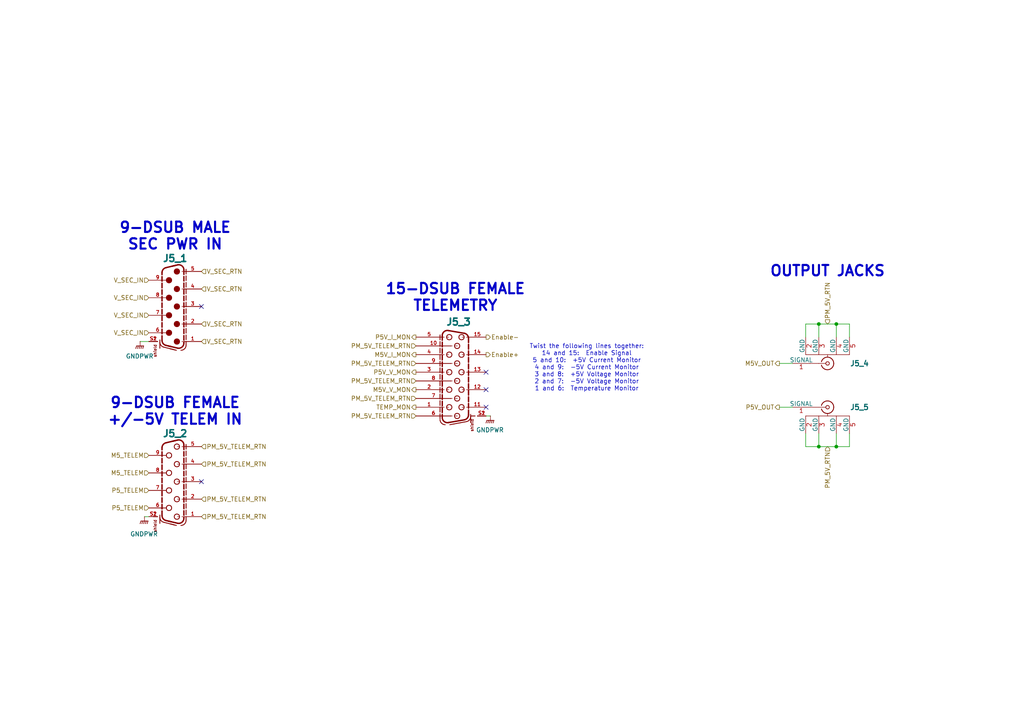
<source format=kicad_sch>
(kicad_sch
	(version 20250114)
	(generator "eeschema")
	(generator_version "9.0")
	(uuid "e484891b-0ffc-4ec2-9d5d-a323cdd5b1a3")
	(paper "A4")
	(lib_symbols
		(symbol "6180XX231121_618009231121_1"
			(pin_names
				(offset 1.016)
			)
			(exclude_from_sim no)
			(in_bom yes)
			(on_board yes)
			(property "Reference" "J"
				(at 13.78 1.66 0)
				(effects
					(font
						(size 1.27 1.27)
					)
					(justify left bottom)
				)
			)
			(property "Value" "618009231121"
				(at 0 0 0)
				(effects
					(font
						(size 1.27 1.27)
					)
					(justify bottom)
					(hide yes)
				)
			)
			(property "Footprint" "6180XX231121_618009231121:618009231121"
				(at 0 0 0)
				(effects
					(font
						(size 1.27 1.27)
					)
					(justify bottom)
					(hide yes)
				)
			)
			(property "Datasheet" "https://www.we-online.com/components/products/datasheet/618009231121.pdf"
				(at 0 0 0)
				(effects
					(font
						(size 1.27 1.27)
					)
					(hide yes)
				)
			)
			(property "Description" "9 Position D-Sub Receptacle, Female Sockets Connector"
				(at 0 0 0)
				(effects
					(font
						(size 1.27 1.27)
					)
					(hide yes)
				)
			)
			(property "Manufacturer" "Wurth Elektronik"
				(at 0 0 0)
				(effects
					(font
						(size 1.27 1.27)
					)
					(justify bottom)
					(hide yes)
				)
			)
			(property "Man. Part Num" "618009231121"
				(at 0 0 0)
				(effects
					(font
						(size 1.27 1.27)
					)
					(justify bottom)
					(hide yes)
				)
			)
			(property "Gender" "Female"
				(at 0 0 0)
				(effects
					(font
						(size 1.27 1.27)
					)
					(justify bottom)
					(hide yes)
				)
			)
			(property "Part Type" "Through Hole"
				(at 0 0 0)
				(effects
					(font
						(size 1.27 1.27)
					)
					(hide yes)
				)
			)
			(property "Voltage Rating" "125 VAC"
				(at 0 0 0)
				(effects
					(font
						(size 1.27 1.27)
					)
					(justify bottom)
					(hide yes)
				)
			)
			(property "Distributor" "Digi-Key"
				(at 0 0 0)
				(effects
					(font
						(size 1.27 1.27)
					)
					(hide yes)
				)
			)
			(property "Dist. Part Num" "732-618009231121-ND"
				(at 0 0 0)
				(effects
					(font
						(size 1.27 1.27)
					)
					(hide yes)
				)
			)
			(property "Dist. URL" "https://www.digikey.com/en/products/detail/w%C3%BCrth-elektronik/618009231121/10484687?s=N4IgTCBcDaIOwGYwFoBsBGAHABmwTjAXXTHWQDkAREAXQF8g"
				(at 0 0 0)
				(effects
					(font
						(size 1.27 1.27)
					)
					(hide yes)
				)
			)
			(property "ki_keywords" "9 Position D-Sub Receptacle, Female Sockets Connector"
				(at 0 0 0)
				(effects
					(font
						(size 1.27 1.27)
					)
					(hide yes)
				)
			)
			(symbol "6180XX231121_618009231121_1_0_0"
				(polyline
					(pts
						(xy -11.7108 -0.8009) (xy -12.0642 0.6952)
					)
					(stroke
						(width 0.4064)
						(type default)
					)
					(fill
						(type none)
					)
				)
				(polyline
					(pts
						(xy -11.2729 -2.6548) (xy -11.9182 0.0772)
					)
					(stroke
						(width 0.4064)
						(type default)
					)
					(fill
						(type none)
					)
				)
				(polyline
					(pts
						(xy -10.795 3.175) (xy -9.4305 3.175)
					)
					(stroke
						(width 0.254)
						(type default)
					)
					(fill
						(type none)
					)
				)
				(polyline
					(pts
						(xy -10.6044 2.54) (xy -9.3113 2.54)
					)
					(stroke
						(width 0.4064)
						(type default)
					)
					(fill
						(type none)
					)
				)
				(arc
					(start -12.0642 0.6952)
					(mid -11.7806 1.9708)
					(end -10.6044 2.54)
					(stroke
						(width 0.4064)
						(type default)
					)
					(fill
						(type none)
					)
				)
				(polyline
					(pts
						(xy -10.16 2.58) (xy -10.16 1.935)
					)
					(stroke
						(width 0.1524)
						(type default)
					)
					(fill
						(type none)
					)
				)
				(polyline
					(pts
						(xy -10.16 0.675) (xy -10.16 1.3)
					)
					(stroke
						(width 0.1524)
						(type default)
					)
					(fill
						(type none)
					)
				)
				(circle
					(center -10.16 0.508)
					(radius 0.762)
					(stroke
						(width 0.254)
						(type default)
					)
					(fill
						(type none)
					)
				)
				(arc
					(start -9.8131 -3.81)
					(mid -10.7439 -3.4862)
					(end -11.2729 -2.6548)
					(stroke
						(width 0.4064)
						(type default)
					)
					(fill
						(type none)
					)
				)
				(polyline
					(pts
						(xy -9.237 -3.81) (xy -9.8131 -3.81)
					)
					(stroke
						(width 0.4064)
						(type default)
					)
					(fill
						(type none)
					)
				)
				(polyline
					(pts
						(xy -8.89 3.175) (xy -7.5255 3.175)
					)
					(stroke
						(width 0.254)
						(type default)
					)
					(fill
						(type none)
					)
				)
				(polyline
					(pts
						(xy -8.6994 2.54) (xy -7.4063 2.54)
					)
					(stroke
						(width 0.4064)
						(type default)
					)
					(fill
						(type none)
					)
				)
				(circle
					(center -7.62 -1.778)
					(radius 0.762)
					(stroke
						(width 0.254)
						(type default)
					)
					(fill
						(type none)
					)
				)
				(polyline
					(pts
						(xy -7.332 -3.81) (xy -8.6596 -3.81)
					)
					(stroke
						(width 0.4064)
						(type default)
					)
					(fill
						(type none)
					)
				)
				(polyline
					(pts
						(xy -6.985 3.175) (xy -5.6205 3.175)
					)
					(stroke
						(width 0.254)
						(type default)
					)
					(fill
						(type none)
					)
				)
				(polyline
					(pts
						(xy -6.7944 2.54) (xy -5.5013 2.54)
					)
					(stroke
						(width 0.4064)
						(type default)
					)
					(fill
						(type none)
					)
				)
				(polyline
					(pts
						(xy -5.427 -3.81) (xy -6.7546 -3.81)
					)
					(stroke
						(width 0.4064)
						(type default)
					)
					(fill
						(type none)
					)
				)
				(polyline
					(pts
						(xy -5.08 3.175) (xy -3.7155 3.175)
					)
					(stroke
						(width 0.254)
						(type default)
					)
					(fill
						(type none)
					)
				)
				(polyline
					(pts
						(xy -5.08 2.58) (xy -5.08 1.935)
					)
					(stroke
						(width 0.1524)
						(type default)
					)
					(fill
						(type none)
					)
				)
				(polyline
					(pts
						(xy -5.08 0.675) (xy -5.08 1.3)
					)
					(stroke
						(width 0.1524)
						(type default)
					)
					(fill
						(type none)
					)
				)
				(circle
					(center -5.08 0.508)
					(radius 0.762)
					(stroke
						(width 0.254)
						(type default)
					)
					(fill
						(type none)
					)
				)
				(polyline
					(pts
						(xy -4.8894 2.54) (xy -3.5963 2.54)
					)
					(stroke
						(width 0.4064)
						(type default)
					)
					(fill
						(type none)
					)
				)
				(polyline
					(pts
						(xy -3.522 -3.81) (xy -4.8496 -3.81)
					)
					(stroke
						(width 0.4064)
						(type default)
					)
					(fill
						(type none)
					)
				)
				(polyline
					(pts
						(xy -3.175 3.175) (xy -1.8105 3.175)
					)
					(stroke
						(width 0.254)
						(type default)
					)
					(fill
						(type none)
					)
				)
				(polyline
					(pts
						(xy -2.9844 2.54) (xy -1.6913 2.54)
					)
					(stroke
						(width 0.4064)
						(type default)
					)
					(fill
						(type none)
					)
				)
				(circle
					(center -2.54 -1.778)
					(radius 0.762)
					(stroke
						(width 0.254)
						(type default)
					)
					(fill
						(type none)
					)
				)
				(polyline
					(pts
						(xy -1.617 -3.81) (xy -2.9446 -3.81)
					)
					(stroke
						(width 0.4064)
						(type default)
					)
					(fill
						(type none)
					)
				)
				(polyline
					(pts
						(xy -1.27 3.175) (xy 0.0945 3.175)
					)
					(stroke
						(width 0.254)
						(type default)
					)
					(fill
						(type none)
					)
				)
				(polyline
					(pts
						(xy -1.0794 2.54) (xy 0.2137 2.54)
					)
					(stroke
						(width 0.4064)
						(type default)
					)
					(fill
						(type none)
					)
				)
				(polyline
					(pts
						(xy 0 2.58) (xy 0 1.935)
					)
					(stroke
						(width 0.1524)
						(type default)
					)
					(fill
						(type none)
					)
				)
				(polyline
					(pts
						(xy 0 0.675) (xy 0 1.3)
					)
					(stroke
						(width 0.1524)
						(type default)
					)
					(fill
						(type none)
					)
				)
				(circle
					(center 0 0.508)
					(radius 0.762)
					(stroke
						(width 0.254)
						(type default)
					)
					(fill
						(type none)
					)
				)
				(polyline
					(pts
						(xy 0.288 -3.81) (xy -1.0396 -3.81)
					)
					(stroke
						(width 0.4064)
						(type default)
					)
					(fill
						(type none)
					)
				)
				(polyline
					(pts
						(xy 0.635 3.175) (xy 1.9996 3.175)
					)
					(stroke
						(width 0.254)
						(type default)
					)
					(fill
						(type none)
					)
				)
				(polyline
					(pts
						(xy 0.8256 2.54) (xy 2.1187 2.54)
					)
					(stroke
						(width 0.4064)
						(type default)
					)
					(fill
						(type none)
					)
				)
				(polyline
					(pts
						(xy 2.1931 -3.81) (xy 0.8654 -3.81)
					)
					(stroke
						(width 0.4064)
						(type default)
					)
					(fill
						(type none)
					)
				)
				(polyline
					(pts
						(xy 2.54 3.175) (xy 3.9046 3.175)
					)
					(stroke
						(width 0.254)
						(type default)
					)
					(fill
						(type none)
					)
				)
				(circle
					(center 2.54 -1.778)
					(radius 0.762)
					(stroke
						(width 0.254)
						(type default)
					)
					(fill
						(type none)
					)
				)
				(polyline
					(pts
						(xy 2.7306 2.54) (xy 4.0237 2.54)
					)
					(stroke
						(width 0.4064)
						(type default)
					)
					(fill
						(type none)
					)
				)
				(polyline
					(pts
						(xy 4.0981 -3.81) (xy 2.7704 -3.81)
					)
					(stroke
						(width 0.4064)
						(type default)
					)
					(fill
						(type none)
					)
				)
				(polyline
					(pts
						(xy 4.445 3.175) (xy 5.8096 3.175)
					)
					(stroke
						(width 0.254)
						(type default)
					)
					(fill
						(type none)
					)
				)
				(polyline
					(pts
						(xy 4.6356 2.54) (xy 5.9287 2.54)
					)
					(stroke
						(width 0.4064)
						(type default)
					)
					(fill
						(type none)
					)
				)
				(polyline
					(pts
						(xy 5.08 2.58) (xy 5.08 1.935)
					)
					(stroke
						(width 0.1524)
						(type default)
					)
					(fill
						(type none)
					)
				)
				(polyline
					(pts
						(xy 5.08 0.675) (xy 5.08 1.3)
					)
					(stroke
						(width 0.1524)
						(type default)
					)
					(fill
						(type none)
					)
				)
				(circle
					(center 5.08 0.508)
					(radius 0.762)
					(stroke
						(width 0.254)
						(type default)
					)
					(fill
						(type none)
					)
				)
				(polyline
					(pts
						(xy 6.0031 -3.81) (xy 4.6754 -3.81)
					)
					(stroke
						(width 0.4064)
						(type default)
					)
					(fill
						(type none)
					)
				)
				(polyline
					(pts
						(xy 6.35 3.175) (xy 7.7146 3.175)
					)
					(stroke
						(width 0.254)
						(type default)
					)
					(fill
						(type none)
					)
				)
				(polyline
					(pts
						(xy 6.5406 2.54) (xy 7.8337 2.54)
					)
					(stroke
						(width 0.4064)
						(type default)
					)
					(fill
						(type none)
					)
				)
				(circle
					(center 7.62 -1.778)
					(radius 0.762)
					(stroke
						(width 0.254)
						(type default)
					)
					(fill
						(type none)
					)
				)
				(polyline
					(pts
						(xy 7.9081 -3.81) (xy 6.5804 -3.81)
					)
					(stroke
						(width 0.4064)
						(type default)
					)
					(fill
						(type none)
					)
				)
				(polyline
					(pts
						(xy 8.255 3.175) (xy 9.6196 3.175)
					)
					(stroke
						(width 0.254)
						(type default)
					)
					(fill
						(type none)
					)
				)
				(polyline
					(pts
						(xy 8.4456 2.54) (xy 9.7387 2.54)
					)
					(stroke
						(width 0.4064)
						(type default)
					)
					(fill
						(type none)
					)
				)
				(arc
					(start 11.2729 -2.6548)
					(mid 10.7439 -3.4863)
					(end 9.8131 -3.81)
					(stroke
						(width 0.4064)
						(type default)
					)
					(fill
						(type none)
					)
				)
				(polyline
					(pts
						(xy 9.8131 -3.81) (xy 8.4854 -3.81)
					)
					(stroke
						(width 0.4064)
						(type default)
					)
					(fill
						(type none)
					)
				)
				(polyline
					(pts
						(xy 10.16 3.175) (xy 11.2 3.175)
					)
					(stroke
						(width 0.254)
						(type default)
					)
					(fill
						(type none)
					)
				)
				(polyline
					(pts
						(xy 10.16 2.58) (xy 10.16 1.935)
					)
					(stroke
						(width 0.1524)
						(type default)
					)
					(fill
						(type none)
					)
				)
				(polyline
					(pts
						(xy 10.16 0.675) (xy 10.16 1.3)
					)
					(stroke
						(width 0.1524)
						(type default)
					)
					(fill
						(type none)
					)
				)
				(circle
					(center 10.16 0.508)
					(radius 0.762)
					(stroke
						(width 0.254)
						(type default)
					)
					(fill
						(type none)
					)
				)
				(polyline
					(pts
						(xy 10.16 -4.445) (xy 10.16 -4.445)
					)
					(stroke
						(width 0.254)
						(type default)
					)
					(fill
						(type none)
					)
				)
				(polyline
					(pts
						(xy 10.16 -6.35) (xy 10.16 -5.08)
					)
					(stroke
						(width 0.254)
						(type default)
					)
					(fill
						(type none)
					)
				)
				(polyline
					(pts
						(xy 10.2 -4.44) (xy 9.6938 -4.44)
					)
					(stroke
						(width 0.254)
						(type default)
					)
					(fill
						(type none)
					)
				)
				(arc
					(start 11.7841 -3.3038)
					(mid 11.2519 -4.1219)
					(end 10.3288 -4.44)
					(stroke
						(width 0.254)
						(type default)
					)
					(fill
						(type none)
					)
				)
				(polyline
					(pts
						(xy 10.3506 2.54) (xy 10.6044 2.54)
					)
					(stroke
						(width 0.4064)
						(type default)
					)
					(fill
						(type none)
					)
				)
				(arc
					(start 10.6044 2.54)
					(mid 11.7804 1.9707)
					(end 12.0642 0.6952)
					(stroke
						(width 0.4064)
						(type default)
					)
					(fill
						(type none)
					)
				)
				(arc
					(start 11.2 3.175)
					(mid 12.2607 2.7357)
					(end 12.7 1.675)
					(stroke
						(width 0.254)
						(type default)
					)
					(fill
						(type none)
					)
				)
				(polyline
					(pts
						(xy 11.6263 -1.1588) (xy 11.2729 -2.6548)
					)
					(stroke
						(width 0.4064)
						(type default)
					)
					(fill
						(type none)
					)
				)
				(polyline
					(pts
						(xy 11.7841 -3.3038) (xy 12.546 -0.256)
					)
					(stroke
						(width 0.254)
						(type default)
					)
					(fill
						(type none)
					)
				)
				(polyline
					(pts
						(xy 12.0642 0.6952) (xy 11.4189 -2.0369)
					)
					(stroke
						(width 0.4064)
						(type default)
					)
					(fill
						(type none)
					)
				)
				(polyline
					(pts
						(xy 12.105 -4.44) (xy 10.3288 -4.44)
					)
					(stroke
						(width 0.254)
						(type default)
					)
					(fill
						(type none)
					)
				)
				(polyline
					(pts
						(xy 12.2461 -1.4557) (xy 12.7 0.36)
					)
					(stroke
						(width 0.254)
						(type default)
					)
					(fill
						(type none)
					)
				)
				(text "shield"
					(at 10.9 -5.32 0)
					(effects
						(font
							(size 0.8128 0.8128)
						)
						(justify left bottom)
					)
				)
				(pin bidirectional line
					(at -10.16 7.62 270)
					(length 5.08)
					(name "~"
						(effects
							(font
								(size 1.016 1.016)
							)
						)
					)
					(number "5"
						(effects
							(font
								(size 1.016 1.016)
							)
						)
					)
				)
				(pin bidirectional line
					(at -7.62 -7.62 90)
					(length 5.08)
					(name "~"
						(effects
							(font
								(size 1.016 1.016)
							)
						)
					)
					(number "9"
						(effects
							(font
								(size 1.016 1.016)
							)
						)
					)
				)
				(pin bidirectional line
					(at -5.08 7.62 270)
					(length 5.08)
					(name "~"
						(effects
							(font
								(size 1.016 1.016)
							)
						)
					)
					(number "4"
						(effects
							(font
								(size 1.016 1.016)
							)
						)
					)
				)
				(pin bidirectional line
					(at -2.54 -7.62 90)
					(length 5.08)
					(name "~"
						(effects
							(font
								(size 1.016 1.016)
							)
						)
					)
					(number "8"
						(effects
							(font
								(size 1.016 1.016)
							)
						)
					)
				)
				(pin bidirectional line
					(at 0 7.62 270)
					(length 5.08)
					(name "~"
						(effects
							(font
								(size 1.016 1.016)
							)
						)
					)
					(number "3"
						(effects
							(font
								(size 1.016 1.016)
							)
						)
					)
				)
				(pin bidirectional line
					(at 2.54 -7.62 90)
					(length 5.08)
					(name "~"
						(effects
							(font
								(size 1.016 1.016)
							)
						)
					)
					(number "7"
						(effects
							(font
								(size 1.016 1.016)
							)
						)
					)
				)
				(pin bidirectional line
					(at 5.08 7.62 270)
					(length 5.08)
					(name "~"
						(effects
							(font
								(size 1.016 1.016)
							)
						)
					)
					(number "2"
						(effects
							(font
								(size 1.016 1.016)
							)
						)
					)
				)
				(pin bidirectional line
					(at 10.16 7.62 270)
					(length 5.08)
					(name "~"
						(effects
							(font
								(size 1.016 1.016)
							)
						)
					)
					(number "1"
						(effects
							(font
								(size 1.016 1.016)
							)
						)
					)
				)
				(pin bidirectional line
					(at 10.16 -7.62 90)
					(length 2.54)
					(name "~"
						(effects
							(font
								(size 1.016 1.016)
							)
						)
					)
					(number "S2"
						(effects
							(font
								(size 1.016 1.016)
							)
						)
					)
				)
			)
			(symbol "6180XX231121_618009231121_1_1_0"
				(pin bidirectional line
					(at 7.62 -7.62 90)
					(length 5.08)
					(name "~"
						(effects
							(font
								(size 1.016 1.016)
							)
						)
					)
					(number "6"
						(effects
							(font
								(size 1.016 1.016)
							)
						)
					)
				)
				(pin bidirectional line
					(at 10.16 -7.62 90)
					(length 2.54)
					(name "~"
						(effects
							(font
								(size 1.016 1.016)
							)
						)
					)
					(number "S1"
						(effects
							(font
								(size 1.016 1.016)
							)
						)
					)
				)
			)
			(embedded_fonts no)
		)
		(symbol "Adam_Tech:RF2-49B-T-00-50-G-HDW"
			(pin_names
				(offset 0)
			)
			(exclude_from_sim no)
			(in_bom yes)
			(on_board yes)
			(property "Reference" "J"
				(at 14.732 20.32 0)
				(effects
					(font
						(size 1.524 1.524)
					)
				)
			)
			(property "Value" "RF2-49B-T-00-50-G-HDW"
				(at 18.542 23.368 0)
				(effects
					(font
						(size 1.524 1.524)
					)
					(hide yes)
				)
			)
			(property "Footprint" "Adam_Tech:CONN_RF2-49B-T-00-50-G-HDW_ADM"
				(at 12.7 2.794 0)
				(effects
					(font
						(size 1.27 1.27)
						(italic yes)
					)
					(hide yes)
				)
			)
			(property "Datasheet" "https://app.adam-tech.com/products/download/data_sheet/219119/rf2-49b-t-00-50-g-hdw-data-sheet.pdf"
				(at 10.922 0.762 0)
				(effects
					(font
						(size 1.27 1.27)
						(italic yes)
					)
					(hide yes)
				)
			)
			(property "Description" "SMA Connector Jack, Female Socket 50 Ohms Through Hole, Right Angle Solder (Voltage Rating = 335V)"
				(at 6.35 17.78 0)
				(effects
					(font
						(size 1.27 1.27)
					)
					(hide yes)
				)
			)
			(property "Manufacturer" "Adam Tech"
				(at 0 0 0)
				(effects
					(font
						(size 1.27 1.27)
					)
					(hide yes)
				)
			)
			(property "Man. Part Num" "RF2-49B-T-00-50-G-HDW"
				(at 0 0 0)
				(effects
					(font
						(size 1.27 1.27)
					)
					(hide yes)
				)
			)
			(property "Distributor" "Mouser"
				(at 0 0 0)
				(effects
					(font
						(size 1.27 1.27)
					)
					(hide yes)
				)
			)
			(property "Dist. Part Num" "737-RF249BT0050GHDW"
				(at 0 0 0)
				(effects
					(font
						(size 1.27 1.27)
					)
					(hide yes)
				)
			)
			(property "Part Type" "Through Hole"
				(at 0 0 0)
				(effects
					(font
						(size 1.27 1.27)
					)
					(hide yes)
				)
			)
			(property "Package" "SMA"
				(at 0 0 0)
				(effects
					(font
						(size 1.27 1.27)
					)
					(hide yes)
				)
			)
			(property "Notes" ""
				(at 0 0 0)
				(effects
					(font
						(size 1.27 1.27)
					)
					(hide yes)
				)
			)
			(property "ki_keywords" "RF2-49B-T-00-50-G-HDW"
				(at 0 0 0)
				(effects
					(font
						(size 1.27 1.27)
					)
					(hide yes)
				)
			)
			(property "ki_fp_filters" "CONN_RF2-49B-T-00-50-G-HDW_ADM"
				(at 0 0 0)
				(effects
					(font
						(size 1.27 1.27)
					)
					(hide yes)
				)
			)
			(symbol "RF2-49B-T-00-50-G-HDW_0_1"
				(polyline
					(pts
						(xy 11.43 13.97) (xy 24.13 13.97)
					)
					(stroke
						(width 0)
						(type default)
					)
					(fill
						(type none)
					)
				)
				(polyline
					(pts
						(xy 15.24 16.51) (xy 12.7 16.51)
					)
					(stroke
						(width 0)
						(type default)
					)
					(fill
						(type none)
					)
				)
				(polyline
					(pts
						(xy 15.24 16.51) (xy 17.272 16.51)
					)
					(stroke
						(width 0)
						(type default)
					)
					(fill
						(type none)
					)
				)
				(arc
					(start 16.002 17.018)
					(mid 18.0023 18.3184)
					(end 19.558 16.51)
					(stroke
						(width 0.254)
						(type default)
					)
					(fill
						(type none)
					)
				)
				(arc
					(start 19.558 16.51)
					(mid 18.0022 14.7022)
					(end 16.002 16.002)
					(stroke
						(width 0.254)
						(type default)
					)
					(fill
						(type none)
					)
				)
				(circle
					(center 17.78 16.51)
					(radius 0.508)
					(stroke
						(width 0.2032)
						(type default)
					)
					(fill
						(type none)
					)
				)
				(polyline
					(pts
						(xy 17.78 13.97) (xy 17.78 14.732)
					)
					(stroke
						(width 0)
						(type default)
					)
					(fill
						(type none)
					)
				)
			)
			(symbol "RF2-49B-T-00-50-G-HDW_1_1"
				(pin unspecified line
					(at 7.62 16.51 0)
					(length 5.08)
					(name "SIGNAL"
						(effects
							(font
								(size 1.27 1.27)
							)
						)
					)
					(number "1"
						(effects
							(font
								(size 1.27 1.27)
							)
						)
					)
				)
				(pin power_in line
					(at 11.43 8.89 90)
					(length 5.08)
					(name "GND"
						(effects
							(font
								(size 1.27 1.27)
							)
						)
					)
					(number "2"
						(effects
							(font
								(size 1.27 1.27)
							)
						)
					)
				)
				(pin power_in line
					(at 15.24 8.89 90)
					(length 5.08)
					(name "GND"
						(effects
							(font
								(size 1.27 1.27)
							)
						)
					)
					(number "3"
						(effects
							(font
								(size 1.27 1.27)
							)
						)
					)
				)
				(pin power_in line
					(at 20.32 8.89 90)
					(length 5.08)
					(name "GND"
						(effects
							(font
								(size 1.27 1.27)
							)
						)
					)
					(number "4"
						(effects
							(font
								(size 1.27 1.27)
							)
						)
					)
				)
				(pin power_in line
					(at 24.13 8.89 90)
					(length 5.08)
					(name "GND"
						(effects
							(font
								(size 1.27 1.27)
							)
						)
					)
					(number "5"
						(effects
							(font
								(size 1.27 1.27)
							)
						)
					)
				)
			)
			(symbol "RF2-49B-T-00-50-G-HDW_1_2"
				(polyline
					(pts
						(xy 5.08 2.54) (xy 5.08 -12.7)
					)
					(stroke
						(width 0.127)
						(type default)
					)
					(fill
						(type none)
					)
				)
				(polyline
					(pts
						(xy 5.08 -12.7) (xy 12.7 -12.7)
					)
					(stroke
						(width 0.127)
						(type default)
					)
					(fill
						(type none)
					)
				)
				(polyline
					(pts
						(xy 7.62 0) (xy 5.08 0)
					)
					(stroke
						(width 0.127)
						(type default)
					)
					(fill
						(type none)
					)
				)
				(polyline
					(pts
						(xy 7.62 0) (xy 8.89 0.8467)
					)
					(stroke
						(width 0.127)
						(type default)
					)
					(fill
						(type none)
					)
				)
				(polyline
					(pts
						(xy 7.62 0) (xy 8.89 -0.8467)
					)
					(stroke
						(width 0.127)
						(type default)
					)
					(fill
						(type none)
					)
				)
				(polyline
					(pts
						(xy 7.62 -2.54) (xy 5.08 -2.54)
					)
					(stroke
						(width 0.127)
						(type default)
					)
					(fill
						(type none)
					)
				)
				(polyline
					(pts
						(xy 7.62 -2.54) (xy 8.89 -1.6933)
					)
					(stroke
						(width 0.127)
						(type default)
					)
					(fill
						(type none)
					)
				)
				(polyline
					(pts
						(xy 7.62 -2.54) (xy 8.89 -3.3867)
					)
					(stroke
						(width 0.127)
						(type default)
					)
					(fill
						(type none)
					)
				)
				(polyline
					(pts
						(xy 7.62 -5.08) (xy 5.08 -5.08)
					)
					(stroke
						(width 0.127)
						(type default)
					)
					(fill
						(type none)
					)
				)
				(polyline
					(pts
						(xy 7.62 -5.08) (xy 8.89 -4.2333)
					)
					(stroke
						(width 0.127)
						(type default)
					)
					(fill
						(type none)
					)
				)
				(polyline
					(pts
						(xy 7.62 -5.08) (xy 8.89 -5.9267)
					)
					(stroke
						(width 0.127)
						(type default)
					)
					(fill
						(type none)
					)
				)
				(polyline
					(pts
						(xy 7.62 -7.62) (xy 5.08 -7.62)
					)
					(stroke
						(width 0.127)
						(type default)
					)
					(fill
						(type none)
					)
				)
				(polyline
					(pts
						(xy 7.62 -7.62) (xy 8.89 -6.7733)
					)
					(stroke
						(width 0.127)
						(type default)
					)
					(fill
						(type none)
					)
				)
				(polyline
					(pts
						(xy 7.62 -7.62) (xy 8.89 -8.4667)
					)
					(stroke
						(width 0.127)
						(type default)
					)
					(fill
						(type none)
					)
				)
				(polyline
					(pts
						(xy 7.62 -10.16) (xy 5.08 -10.16)
					)
					(stroke
						(width 0.127)
						(type default)
					)
					(fill
						(type none)
					)
				)
				(polyline
					(pts
						(xy 7.62 -10.16) (xy 8.89 -9.3133)
					)
					(stroke
						(width 0.127)
						(type default)
					)
					(fill
						(type none)
					)
				)
				(polyline
					(pts
						(xy 7.62 -10.16) (xy 8.89 -11.0067)
					)
					(stroke
						(width 0.127)
						(type default)
					)
					(fill
						(type none)
					)
				)
				(polyline
					(pts
						(xy 12.7 2.54) (xy 5.08 2.54)
					)
					(stroke
						(width 0.127)
						(type default)
					)
					(fill
						(type none)
					)
				)
				(polyline
					(pts
						(xy 12.7 -12.7) (xy 12.7 2.54)
					)
					(stroke
						(width 0.127)
						(type default)
					)
					(fill
						(type none)
					)
				)
				(pin unspecified line
					(at 0 0 0)
					(length 5.08)
					(name "SIGNAL"
						(effects
							(font
								(size 1.27 1.27)
							)
						)
					)
					(number "1"
						(effects
							(font
								(size 1.27 1.27)
							)
						)
					)
				)
				(pin unspecified line
					(at 0 -2.54 0)
					(length 5.08)
					(name "GND"
						(effects
							(font
								(size 1.27 1.27)
							)
						)
					)
					(number "2"
						(effects
							(font
								(size 1.27 1.27)
							)
						)
					)
				)
				(pin unspecified line
					(at 0 -5.08 0)
					(length 5.08)
					(name "GND"
						(effects
							(font
								(size 1.27 1.27)
							)
						)
					)
					(number "3"
						(effects
							(font
								(size 1.27 1.27)
							)
						)
					)
				)
				(pin unspecified line
					(at 0 -7.62 0)
					(length 5.08)
					(name "GND"
						(effects
							(font
								(size 1.27 1.27)
							)
						)
					)
					(number "4"
						(effects
							(font
								(size 1.27 1.27)
							)
						)
					)
				)
				(pin unspecified line
					(at 0 -10.16 0)
					(length 5.08)
					(name "GND"
						(effects
							(font
								(size 1.27 1.27)
							)
						)
					)
					(number "5"
						(effects
							(font
								(size 1.27 1.27)
							)
						)
					)
				)
			)
			(embedded_fonts no)
		)
		(symbol "Wurth_Elektronik:6180XX231121_618009231121"
			(pin_names
				(offset 1.016)
			)
			(exclude_from_sim no)
			(in_bom yes)
			(on_board yes)
			(property "Reference" "J"
				(at 13.78 1.66 0)
				(effects
					(font
						(size 1.27 1.27)
					)
					(justify left bottom)
				)
			)
			(property "Value" "618009231121"
				(at 0 0 0)
				(effects
					(font
						(size 1.27 1.27)
					)
					(justify bottom)
					(hide yes)
				)
			)
			(property "Footprint" "6180XX231121_618009231121:618009231121"
				(at 0 0 0)
				(effects
					(font
						(size 1.27 1.27)
					)
					(justify bottom)
					(hide yes)
				)
			)
			(property "Datasheet" "https://www.we-online.com/components/products/datasheet/618009231121.pdf"
				(at 0 0 0)
				(effects
					(font
						(size 1.27 1.27)
					)
					(hide yes)
				)
			)
			(property "Description" "9 Position D-Sub Plug, Male Pins Connector"
				(at 0 0 0)
				(effects
					(font
						(size 1.27 1.27)
					)
					(hide yes)
				)
			)
			(property "Manufacturer" "Würth Elektronik"
				(at 0 0 0)
				(effects
					(font
						(size 1.27 1.27)
					)
					(justify bottom)
					(hide yes)
				)
			)
			(property "Description_1" "\nSOCKET, D SUB, PCB, R/A, 9WAY; No. of Contacts:9Contacts; Gender:Receptacle; Contact Termination Type:Solder; D Sub Shell Size:DE; Product Range:WR-DSUB Series; Connector Body Material:Steel Body; Contact Material:Copper Alloy; Contact Plating:Gold Plated Contacts; SVHC:Lead (15-Jan-2019); Connector Mounting:Through Hole Mount Right Angle; Contact Termination:Solder; D Sub Connector Type:Standard; No. of Mating Cycles:50\n"
				(at 0 0 0)
				(effects
					(font
						(size 1.27 1.27)
					)
					(justify bottom)
					(hide yes)
				)
			)
			(property "Package" "-"
				(at 0 0 0)
				(effects
					(font
						(size 1.27 1.27)
					)
					(justify bottom)
					(hide yes)
				)
			)
			(property "Purchase-URL" "https://www.snapeda.com/api/url_track_click_mouser/?unipart_id=1118240&manufacturer=Würth Elektronik&part_name=618009231121&search_term=618009231121"
				(at 0 0 0)
				(effects
					(font
						(size 1.27 1.27)
					)
					(justify bottom)
					(hide yes)
				)
			)
			(property "GENDER" "Female"
				(at 0 0 0)
				(effects
					(font
						(size 1.27 1.27)
					)
					(justify bottom)
					(hide yes)
				)
			)
			(property "Price" "None"
				(at 0 0 0)
				(effects
					(font
						(size 1.27 1.27)
					)
					(justify bottom)
					(hide yes)
				)
			)
			(property "PART-NUMBER" "618009231121"
				(at 0 0 0)
				(effects
					(font
						(size 1.27 1.27)
					)
					(justify bottom)
					(hide yes)
				)
			)
			(property "SnapEDA_Link" "https://www.snapeda.com/parts/618009231121/Wurth+Elektronik/view-part/?ref=snap"
				(at 0 0 0)
				(effects
					(font
						(size 1.27 1.27)
					)
					(justify bottom)
					(hide yes)
				)
			)
			(property "DATASHEET-URL" "https://www.we-online.com/redexpert/spec/618009231121?ae"
				(at 0 0 0)
				(effects
					(font
						(size 1.27 1.27)
					)
					(justify bottom)
					(hide yes)
				)
			)
			(property "Man. Part Num" "618009231121"
				(at 0 0 0)
				(effects
					(font
						(size 1.27 1.27)
					)
					(justify bottom)
					(hide yes)
				)
			)
			(property "WORKING-VOLTAGE" "125 V(AC)"
				(at 0 0 0)
				(effects
					(font
						(size 1.27 1.27)
					)
					(justify bottom)
					(hide yes)
				)
			)
			(property "PINS" "9"
				(at 0 0 0)
				(effects
					(font
						(size 1.27 1.27)
					)
					(justify bottom)
					(hide yes)
				)
			)
			(property "WE-NUMBER" "618009231121"
				(at 0 0 0)
				(effects
					(font
						(size 1.27 1.27)
					)
					(justify bottom)
					(hide yes)
				)
			)
			(property "TYPE" "Angled"
				(at 0 0 0)
				(effects
					(font
						(size 1.27 1.27)
					)
					(justify bottom)
					(hide yes)
				)
			)
			(property "Availability" "In Stock"
				(at 0 0 0)
				(effects
					(font
						(size 1.27 1.27)
					)
					(justify bottom)
					(hide yes)
				)
			)
			(property "Check_prices" "https://www.snapeda.com/parts/618009231121/Wurth+Elektronik/view-part/?ref=eda"
				(at 0 0 0)
				(effects
					(font
						(size 1.27 1.27)
					)
					(justify bottom)
					(hide yes)
				)
			)
			(property "Part Type" "Through Hole"
				(at 0 0 0)
				(effects
					(font
						(size 1.27 1.27)
					)
					(hide yes)
				)
			)
			(property "Distributor" "Digi-Key"
				(at 0 0 0)
				(effects
					(font
						(size 1.27 1.27)
					)
					(hide yes)
				)
			)
			(property "Dist. Part Num" "732-618009231121-ND"
				(at 0 0 0)
				(effects
					(font
						(size 1.27 1.27)
					)
					(hide yes)
				)
			)
			(property "Notes" ""
				(at 0 0 0)
				(effects
					(font
						(size 1.27 1.27)
					)
					(hide yes)
				)
			)
			(symbol "6180XX231121_618009231121_0_0"
				(polyline
					(pts
						(xy -11.7108 -0.8009) (xy -12.0642 0.6952)
					)
					(stroke
						(width 0.4064)
						(type default)
					)
					(fill
						(type none)
					)
				)
				(polyline
					(pts
						(xy -11.2729 -2.6548) (xy -11.9182 0.0772)
					)
					(stroke
						(width 0.4064)
						(type default)
					)
					(fill
						(type none)
					)
				)
				(polyline
					(pts
						(xy -10.795 3.175) (xy -9.4305 3.175)
					)
					(stroke
						(width 0.254)
						(type default)
					)
					(fill
						(type none)
					)
				)
				(polyline
					(pts
						(xy -10.6044 2.54) (xy -9.3113 2.54)
					)
					(stroke
						(width 0.4064)
						(type default)
					)
					(fill
						(type none)
					)
				)
				(arc
					(start -12.0642 0.6952)
					(mid -11.7806 1.9708)
					(end -10.6044 2.54)
					(stroke
						(width 0.4064)
						(type default)
					)
					(fill
						(type none)
					)
				)
				(polyline
					(pts
						(xy -10.16 2.58) (xy -10.16 1.935)
					)
					(stroke
						(width 0.1524)
						(type default)
					)
					(fill
						(type none)
					)
				)
				(polyline
					(pts
						(xy -10.16 0.675) (xy -10.16 1.3)
					)
					(stroke
						(width 0.1524)
						(type default)
					)
					(fill
						(type none)
					)
				)
				(circle
					(center -10.16 0.508)
					(radius 0.762)
					(stroke
						(width 0.254)
						(type default)
					)
					(fill
						(type outline)
					)
				)
				(arc
					(start -9.8131 -3.81)
					(mid -10.7439 -3.4862)
					(end -11.2729 -2.6548)
					(stroke
						(width 0.4064)
						(type default)
					)
					(fill
						(type none)
					)
				)
				(polyline
					(pts
						(xy -9.237 -3.81) (xy -9.8131 -3.81)
					)
					(stroke
						(width 0.4064)
						(type default)
					)
					(fill
						(type none)
					)
				)
				(polyline
					(pts
						(xy -8.89 3.175) (xy -7.5255 3.175)
					)
					(stroke
						(width 0.254)
						(type default)
					)
					(fill
						(type none)
					)
				)
				(polyline
					(pts
						(xy -8.6994 2.54) (xy -7.4063 2.54)
					)
					(stroke
						(width 0.4064)
						(type default)
					)
					(fill
						(type none)
					)
				)
				(circle
					(center -7.62 -1.778)
					(radius 0.762)
					(stroke
						(width 0.254)
						(type default)
					)
					(fill
						(type outline)
					)
				)
				(polyline
					(pts
						(xy -7.332 -3.81) (xy -8.6596 -3.81)
					)
					(stroke
						(width 0.4064)
						(type default)
					)
					(fill
						(type none)
					)
				)
				(polyline
					(pts
						(xy -6.985 3.175) (xy -5.6205 3.175)
					)
					(stroke
						(width 0.254)
						(type default)
					)
					(fill
						(type none)
					)
				)
				(polyline
					(pts
						(xy -6.7944 2.54) (xy -5.5013 2.54)
					)
					(stroke
						(width 0.4064)
						(type default)
					)
					(fill
						(type none)
					)
				)
				(polyline
					(pts
						(xy -5.427 -3.81) (xy -6.7546 -3.81)
					)
					(stroke
						(width 0.4064)
						(type default)
					)
					(fill
						(type none)
					)
				)
				(polyline
					(pts
						(xy -5.08 3.175) (xy -3.7155 3.175)
					)
					(stroke
						(width 0.254)
						(type default)
					)
					(fill
						(type none)
					)
				)
				(polyline
					(pts
						(xy -5.08 2.58) (xy -5.08 1.935)
					)
					(stroke
						(width 0.1524)
						(type default)
					)
					(fill
						(type none)
					)
				)
				(polyline
					(pts
						(xy -5.08 0.675) (xy -5.08 1.3)
					)
					(stroke
						(width 0.1524)
						(type default)
					)
					(fill
						(type none)
					)
				)
				(circle
					(center -5.08 0.508)
					(radius 0.762)
					(stroke
						(width 0.254)
						(type default)
					)
					(fill
						(type outline)
					)
				)
				(polyline
					(pts
						(xy -4.8894 2.54) (xy -3.5963 2.54)
					)
					(stroke
						(width 0.4064)
						(type default)
					)
					(fill
						(type none)
					)
				)
				(polyline
					(pts
						(xy -3.522 -3.81) (xy -4.8496 -3.81)
					)
					(stroke
						(width 0.4064)
						(type default)
					)
					(fill
						(type none)
					)
				)
				(polyline
					(pts
						(xy -3.175 3.175) (xy -1.8105 3.175)
					)
					(stroke
						(width 0.254)
						(type default)
					)
					(fill
						(type none)
					)
				)
				(polyline
					(pts
						(xy -2.9844 2.54) (xy -1.6913 2.54)
					)
					(stroke
						(width 0.4064)
						(type default)
					)
					(fill
						(type none)
					)
				)
				(circle
					(center -2.54 -1.778)
					(radius 0.762)
					(stroke
						(width 0.254)
						(type default)
					)
					(fill
						(type outline)
					)
				)
				(polyline
					(pts
						(xy -1.617 -3.81) (xy -2.9446 -3.81)
					)
					(stroke
						(width 0.4064)
						(type default)
					)
					(fill
						(type none)
					)
				)
				(polyline
					(pts
						(xy -1.27 3.175) (xy 0.0945 3.175)
					)
					(stroke
						(width 0.254)
						(type default)
					)
					(fill
						(type none)
					)
				)
				(polyline
					(pts
						(xy -1.0794 2.54) (xy 0.2137 2.54)
					)
					(stroke
						(width 0.4064)
						(type default)
					)
					(fill
						(type none)
					)
				)
				(polyline
					(pts
						(xy 0 2.58) (xy 0 1.935)
					)
					(stroke
						(width 0.1524)
						(type default)
					)
					(fill
						(type none)
					)
				)
				(polyline
					(pts
						(xy 0 0.675) (xy 0 1.3)
					)
					(stroke
						(width 0.1524)
						(type default)
					)
					(fill
						(type none)
					)
				)
				(circle
					(center 0 0.508)
					(radius 0.762)
					(stroke
						(width 0.254)
						(type default)
					)
					(fill
						(type outline)
					)
				)
				(polyline
					(pts
						(xy 0.288 -3.81) (xy -1.0396 -3.81)
					)
					(stroke
						(width 0.4064)
						(type default)
					)
					(fill
						(type none)
					)
				)
				(polyline
					(pts
						(xy 0.635 3.175) (xy 1.9996 3.175)
					)
					(stroke
						(width 0.254)
						(type default)
					)
					(fill
						(type none)
					)
				)
				(polyline
					(pts
						(xy 0.8256 2.54) (xy 2.1187 2.54)
					)
					(stroke
						(width 0.4064)
						(type default)
					)
					(fill
						(type none)
					)
				)
				(polyline
					(pts
						(xy 2.1931 -3.81) (xy 0.8654 -3.81)
					)
					(stroke
						(width 0.4064)
						(type default)
					)
					(fill
						(type none)
					)
				)
				(polyline
					(pts
						(xy 2.54 3.175) (xy 3.9046 3.175)
					)
					(stroke
						(width 0.254)
						(type default)
					)
					(fill
						(type none)
					)
				)
				(circle
					(center 2.54 -1.778)
					(radius 0.762)
					(stroke
						(width 0.254)
						(type default)
					)
					(fill
						(type outline)
					)
				)
				(polyline
					(pts
						(xy 2.7306 2.54) (xy 4.0237 2.54)
					)
					(stroke
						(width 0.4064)
						(type default)
					)
					(fill
						(type none)
					)
				)
				(polyline
					(pts
						(xy 4.0981 -3.81) (xy 2.7704 -3.81)
					)
					(stroke
						(width 0.4064)
						(type default)
					)
					(fill
						(type none)
					)
				)
				(polyline
					(pts
						(xy 4.445 3.175) (xy 5.8096 3.175)
					)
					(stroke
						(width 0.254)
						(type default)
					)
					(fill
						(type none)
					)
				)
				(polyline
					(pts
						(xy 4.6356 2.54) (xy 5.9287 2.54)
					)
					(stroke
						(width 0.4064)
						(type default)
					)
					(fill
						(type none)
					)
				)
				(polyline
					(pts
						(xy 5.08 2.58) (xy 5.08 1.935)
					)
					(stroke
						(width 0.1524)
						(type default)
					)
					(fill
						(type none)
					)
				)
				(polyline
					(pts
						(xy 5.08 0.675) (xy 5.08 1.3)
					)
					(stroke
						(width 0.1524)
						(type default)
					)
					(fill
						(type none)
					)
				)
				(circle
					(center 5.08 0.508)
					(radius 0.762)
					(stroke
						(width 0.254)
						(type default)
					)
					(fill
						(type outline)
					)
				)
				(polyline
					(pts
						(xy 6.0031 -3.81) (xy 4.6754 -3.81)
					)
					(stroke
						(width 0.4064)
						(type default)
					)
					(fill
						(type none)
					)
				)
				(polyline
					(pts
						(xy 6.35 3.175) (xy 7.7146 3.175)
					)
					(stroke
						(width 0.254)
						(type default)
					)
					(fill
						(type none)
					)
				)
				(polyline
					(pts
						(xy 6.5406 2.54) (xy 7.8337 2.54)
					)
					(stroke
						(width 0.4064)
						(type default)
					)
					(fill
						(type none)
					)
				)
				(circle
					(center 7.62 -1.778)
					(radius 0.762)
					(stroke
						(width 0.254)
						(type default)
					)
					(fill
						(type outline)
					)
				)
				(polyline
					(pts
						(xy 7.9081 -3.81) (xy 6.5804 -3.81)
					)
					(stroke
						(width 0.4064)
						(type default)
					)
					(fill
						(type none)
					)
				)
				(polyline
					(pts
						(xy 8.255 3.175) (xy 9.6196 3.175)
					)
					(stroke
						(width 0.254)
						(type default)
					)
					(fill
						(type none)
					)
				)
				(polyline
					(pts
						(xy 8.4456 2.54) (xy 9.7387 2.54)
					)
					(stroke
						(width 0.4064)
						(type default)
					)
					(fill
						(type none)
					)
				)
				(arc
					(start 11.2729 -2.6548)
					(mid 10.7439 -3.4863)
					(end 9.8131 -3.81)
					(stroke
						(width 0.4064)
						(type default)
					)
					(fill
						(type none)
					)
				)
				(polyline
					(pts
						(xy 9.8131 -3.81) (xy 8.4854 -3.81)
					)
					(stroke
						(width 0.4064)
						(type default)
					)
					(fill
						(type none)
					)
				)
				(polyline
					(pts
						(xy 10.16 3.175) (xy 11.2 3.175)
					)
					(stroke
						(width 0.254)
						(type default)
					)
					(fill
						(type none)
					)
				)
				(polyline
					(pts
						(xy 10.16 2.58) (xy 10.16 1.935)
					)
					(stroke
						(width 0.1524)
						(type default)
					)
					(fill
						(type none)
					)
				)
				(polyline
					(pts
						(xy 10.16 0.675) (xy 10.16 1.3)
					)
					(stroke
						(width 0.1524)
						(type default)
					)
					(fill
						(type none)
					)
				)
				(circle
					(center 10.16 0.508)
					(radius 0.762)
					(stroke
						(width 0.254)
						(type default)
					)
					(fill
						(type outline)
					)
				)
				(polyline
					(pts
						(xy 10.16 -4.445) (xy 10.16 -4.445)
					)
					(stroke
						(width 0.254)
						(type default)
					)
					(fill
						(type none)
					)
				)
				(polyline
					(pts
						(xy 10.16 -6.35) (xy 10.16 -5.08)
					)
					(stroke
						(width 0.254)
						(type default)
					)
					(fill
						(type none)
					)
				)
				(polyline
					(pts
						(xy 10.2 -4.44) (xy 9.6938 -4.44)
					)
					(stroke
						(width 0.254)
						(type default)
					)
					(fill
						(type none)
					)
				)
				(arc
					(start 11.7841 -3.3038)
					(mid 11.2519 -4.1219)
					(end 10.3288 -4.44)
					(stroke
						(width 0.254)
						(type default)
					)
					(fill
						(type none)
					)
				)
				(polyline
					(pts
						(xy 10.3506 2.54) (xy 10.6044 2.54)
					)
					(stroke
						(width 0.4064)
						(type default)
					)
					(fill
						(type none)
					)
				)
				(arc
					(start 10.6044 2.54)
					(mid 11.7804 1.9707)
					(end 12.0642 0.6952)
					(stroke
						(width 0.4064)
						(type default)
					)
					(fill
						(type none)
					)
				)
				(arc
					(start 11.2 3.175)
					(mid 12.2607 2.7357)
					(end 12.7 1.675)
					(stroke
						(width 0.254)
						(type default)
					)
					(fill
						(type none)
					)
				)
				(polyline
					(pts
						(xy 11.6263 -1.1588) (xy 11.2729 -2.6548)
					)
					(stroke
						(width 0.4064)
						(type default)
					)
					(fill
						(type none)
					)
				)
				(polyline
					(pts
						(xy 11.7841 -3.3038) (xy 12.546 -0.256)
					)
					(stroke
						(width 0.254)
						(type default)
					)
					(fill
						(type none)
					)
				)
				(polyline
					(pts
						(xy 12.0642 0.6952) (xy 11.4189 -2.0369)
					)
					(stroke
						(width 0.4064)
						(type default)
					)
					(fill
						(type none)
					)
				)
				(polyline
					(pts
						(xy 12.105 -4.44) (xy 10.3288 -4.44)
					)
					(stroke
						(width 0.254)
						(type default)
					)
					(fill
						(type none)
					)
				)
				(polyline
					(pts
						(xy 12.2461 -1.4557) (xy 12.7 0.36)
					)
					(stroke
						(width 0.254)
						(type default)
					)
					(fill
						(type none)
					)
				)
				(text "shield"
					(at 10.9 -5.32 0)
					(effects
						(font
							(size 0.8128 0.8128)
						)
						(justify left bottom)
					)
				)
				(pin bidirectional line
					(at -10.16 7.62 270)
					(length 5.08)
					(name "~"
						(effects
							(font
								(size 1.016 1.016)
							)
						)
					)
					(number "5"
						(effects
							(font
								(size 1.016 1.016)
							)
						)
					)
				)
				(pin bidirectional line
					(at -7.62 -7.62 90)
					(length 5.08)
					(name "~"
						(effects
							(font
								(size 1.016 1.016)
							)
						)
					)
					(number "9"
						(effects
							(font
								(size 1.016 1.016)
							)
						)
					)
				)
				(pin bidirectional line
					(at -5.08 7.62 270)
					(length 5.08)
					(name "~"
						(effects
							(font
								(size 1.016 1.016)
							)
						)
					)
					(number "4"
						(effects
							(font
								(size 1.016 1.016)
							)
						)
					)
				)
				(pin bidirectional line
					(at -2.54 -7.62 90)
					(length 5.08)
					(name "~"
						(effects
							(font
								(size 1.016 1.016)
							)
						)
					)
					(number "8"
						(effects
							(font
								(size 1.016 1.016)
							)
						)
					)
				)
				(pin bidirectional line
					(at 0 7.62 270)
					(length 5.08)
					(name "~"
						(effects
							(font
								(size 1.016 1.016)
							)
						)
					)
					(number "3"
						(effects
							(font
								(size 1.016 1.016)
							)
						)
					)
				)
				(pin bidirectional line
					(at 2.54 -7.62 90)
					(length 5.08)
					(name "~"
						(effects
							(font
								(size 1.016 1.016)
							)
						)
					)
					(number "7"
						(effects
							(font
								(size 1.016 1.016)
							)
						)
					)
				)
				(pin bidirectional line
					(at 5.08 7.62 270)
					(length 5.08)
					(name "~"
						(effects
							(font
								(size 1.016 1.016)
							)
						)
					)
					(number "2"
						(effects
							(font
								(size 1.016 1.016)
							)
						)
					)
				)
				(pin bidirectional line
					(at 10.16 7.62 270)
					(length 5.08)
					(name "~"
						(effects
							(font
								(size 1.016 1.016)
							)
						)
					)
					(number "1"
						(effects
							(font
								(size 1.016 1.016)
							)
						)
					)
				)
				(pin bidirectional line
					(at 10.16 -7.62 90)
					(length 2.54)
					(name "~"
						(effects
							(font
								(size 1.016 1.016)
							)
						)
					)
					(number "S2"
						(effects
							(font
								(size 1.016 1.016)
							)
						)
					)
				)
			)
			(symbol "6180XX231121_618009231121_1_0"
				(pin bidirectional line
					(at 7.62 -7.62 90)
					(length 5.08)
					(name "~"
						(effects
							(font
								(size 1.016 1.016)
							)
						)
					)
					(number "6"
						(effects
							(font
								(size 1.016 1.016)
							)
						)
					)
				)
				(pin bidirectional line
					(at 10.16 -7.62 90)
					(length 2.54)
					(name "~"
						(effects
							(font
								(size 1.016 1.016)
							)
						)
					)
					(number "S1"
						(effects
							(font
								(size 1.016 1.016)
							)
						)
					)
				)
			)
			(embedded_fonts no)
		)
		(symbol "Wurth_Elektronik:6180XX330923_618015330923"
			(pin_names
				(offset 1.016)
			)
			(exclude_from_sim no)
			(in_bom yes)
			(on_board yes)
			(property "Reference" "J"
				(at 16.32 4.2 0)
				(effects
					(font
						(size 1.27 1.27)
					)
					(justify left bottom)
				)
			)
			(property "Value" "618015330923"
				(at 0 0 0)
				(effects
					(font
						(size 1.27 1.27)
					)
					(justify bottom)
					(hide yes)
				)
			)
			(property "Footprint" "Wurth_Elektronik:618015330923"
				(at 0 0 0)
				(effects
					(font
						(size 1.27 1.27)
					)
					(justify bottom)
					(hide yes)
				)
			)
			(property "Datasheet" "https://www.we-online.com/components/products/datasheet/618015330923.pdf"
				(at 0 0 0)
				(effects
					(font
						(size 1.27 1.27)
					)
					(hide yes)
				)
			)
			(property "Description" "15 Position D-Sub, High Density Receptacle, Female Sockets Connector"
				(at 0 0 0)
				(effects
					(font
						(size 1.27 1.27)
					)
					(hide yes)
				)
			)
			(property "Manufacturer" "Würth Elektronik"
				(at 0 0 0)
				(effects
					(font
						(size 1.27 1.27)
					)
					(justify bottom)
					(hide yes)
				)
			)
			(property "Package" "None"
				(at 0 0 0)
				(effects
					(font
						(size 1.27 1.27)
					)
					(justify bottom)
					(hide yes)
				)
			)
			(property "Man. Part Num" "618015330923"
				(at 0 0 0)
				(effects
					(font
						(size 1.27 1.27)
					)
					(justify bottom)
					(hide yes)
				)
			)
			(property "Distributor" "Digi-Key"
				(at 0 0 0)
				(effects
					(font
						(size 1.27 1.27)
					)
					(hide yes)
				)
			)
			(property "Dist. Part Num" "732-618015330923-ND"
				(at 0 0 0)
				(effects
					(font
						(size 1.27 1.27)
					)
					(hide yes)
				)
			)
			(property "Part Type" "Through Hole"
				(at 0 0 0)
				(effects
					(font
						(size 1.27 1.27)
					)
					(hide yes)
				)
			)
			(property "Notes" ""
				(at 0 0 0)
				(effects
					(font
						(size 1.27 1.27)
					)
					(hide yes)
				)
			)
			(symbol "6180XX330923_618015330923_0_0"
				(polyline
					(pts
						(xy -11.9161 2.3705) (xy -12.0642 3.2352)
					)
					(stroke
						(width 0.4064)
						(type default)
					)
					(fill
						(type none)
					)
				)
				(polyline
					(pts
						(xy -11.5945 0.4928) (xy -11.883 2.1769)
					)
					(stroke
						(width 0.4064)
						(type default)
					)
					(fill
						(type none)
					)
				)
				(polyline
					(pts
						(xy -11.2729 -1.3848) (xy -11.5613 0.2993)
					)
					(stroke
						(width 0.4064)
						(type default)
					)
					(fill
						(type none)
					)
				)
				(polyline
					(pts
						(xy -10.795 5.715) (xy -9.3854 5.715)
					)
					(stroke
						(width 0.254)
						(type default)
					)
					(fill
						(type none)
					)
				)
				(polyline
					(pts
						(xy -10.6044 5.08) (xy -9.2603 5.08)
					)
					(stroke
						(width 0.4064)
						(type default)
					)
					(fill
						(type none)
					)
				)
				(arc
					(start -12.0642 3.2352)
					(mid -11.7806 4.5108)
					(end -10.6044 5.08)
					(stroke
						(width 0.4064)
						(type default)
					)
					(fill
						(type none)
					)
				)
				(polyline
					(pts
						(xy -10.16 5.12) (xy -10.16 4.475)
					)
					(stroke
						(width 0.1524)
						(type default)
					)
					(fill
						(type none)
					)
				)
				(polyline
					(pts
						(xy -10.16 3.215) (xy -10.16 3.84)
					)
					(stroke
						(width 0.1524)
						(type default)
					)
					(fill
						(type none)
					)
				)
				(circle
					(center -10.16 3.048)
					(radius 0.762)
					(stroke
						(width 0.254)
						(type default)
					)
					(fill
						(type none)
					)
				)
				(circle
					(center -10.16 -0.508)
					(radius 0.762)
					(stroke
						(width 0.254)
						(type default)
					)
					(fill
						(type none)
					)
				)
				(polyline
					(pts
						(xy -10.16 -0.675) (xy -10.16 -1.3)
					)
					(stroke
						(width 0.1524)
						(type default)
					)
					(fill
						(type none)
					)
				)
				(polyline
					(pts
						(xy -10.16 -2.58) (xy -10.16 -1.935)
					)
					(stroke
						(width 0.1524)
						(type default)
					)
					(fill
						(type none)
					)
				)
				(arc
					(start -9.8131 -2.54)
					(mid -10.7439 -2.2162)
					(end -11.2729 -1.3848)
					(stroke
						(width 0.4064)
						(type default)
					)
					(fill
						(type none)
					)
				)
				(polyline
					(pts
						(xy -8.89 5.715) (xy -7.4804 5.715)
					)
					(stroke
						(width 0.254)
						(type default)
					)
					(fill
						(type none)
					)
				)
				(polyline
					(pts
						(xy -8.6994 5.08) (xy -7.3553 5.08)
					)
					(stroke
						(width 0.4064)
						(type default)
					)
					(fill
						(type none)
					)
				)
				(polyline
					(pts
						(xy -8.602 -2.54) (xy -9.8131 -2.54)
					)
					(stroke
						(width 0.4064)
						(type default)
					)
					(fill
						(type none)
					)
				)
				(polyline
					(pts
						(xy -7.62 2.58) (xy -7.62 2.135)
					)
					(stroke
						(width 0.1524)
						(type default)
					)
					(fill
						(type none)
					)
				)
				(circle
					(center -7.62 0.762)
					(radius 0.762)
					(stroke
						(width 0.254)
						(type default)
					)
					(fill
						(type none)
					)
				)
				(polyline
					(pts
						(xy -7.62 0.675) (xy -7.62 1.5)
					)
					(stroke
						(width 0.1524)
						(type default)
					)
					(fill
						(type none)
					)
				)
				(polyline
					(pts
						(xy -6.985 5.715) (xy -5.5754 5.715)
					)
					(stroke
						(width 0.254)
						(type default)
					)
					(fill
						(type none)
					)
				)
				(polyline
					(pts
						(xy -6.7944 5.08) (xy -5.4503 5.08)
					)
					(stroke
						(width 0.4064)
						(type default)
					)
					(fill
						(type none)
					)
				)
				(polyline
					(pts
						(xy -6.697 -2.54) (xy -8.0771 -2.54)
					)
					(stroke
						(width 0.4064)
						(type default)
					)
					(fill
						(type none)
					)
				)
				(polyline
					(pts
						(xy -5.08 5.715) (xy -3.6704 5.715)
					)
					(stroke
						(width 0.254)
						(type default)
					)
					(fill
						(type none)
					)
				)
				(polyline
					(pts
						(xy -5.08 5.12) (xy -5.08 4.475)
					)
					(stroke
						(width 0.1524)
						(type default)
					)
					(fill
						(type none)
					)
				)
				(polyline
					(pts
						(xy -5.08 3.215) (xy -5.08 3.84)
					)
					(stroke
						(width 0.1524)
						(type default)
					)
					(fill
						(type none)
					)
				)
				(circle
					(center -5.08 3.048)
					(radius 0.762)
					(stroke
						(width 0.254)
						(type default)
					)
					(fill
						(type none)
					)
				)
				(circle
					(center -5.08 -0.508)
					(radius 0.762)
					(stroke
						(width 0.254)
						(type default)
					)
					(fill
						(type none)
					)
				)
				(polyline
					(pts
						(xy -5.08 -0.675) (xy -5.08 -1.3)
					)
					(stroke
						(width 0.1524)
						(type default)
					)
					(fill
						(type none)
					)
				)
				(polyline
					(pts
						(xy -5.08 -2.58) (xy -5.08 -1.935)
					)
					(stroke
						(width 0.1524)
						(type default)
					)
					(fill
						(type none)
					)
				)
				(polyline
					(pts
						(xy -4.8894 5.08) (xy -3.5453 5.08)
					)
					(stroke
						(width 0.4064)
						(type default)
					)
					(fill
						(type none)
					)
				)
				(polyline
					(pts
						(xy -4.792 -2.54) (xy -6.172 -2.54)
					)
					(stroke
						(width 0.4064)
						(type default)
					)
					(fill
						(type none)
					)
				)
				(polyline
					(pts
						(xy -3.175 5.715) (xy -1.7654 5.715)
					)
					(stroke
						(width 0.254)
						(type default)
					)
					(fill
						(type none)
					)
				)
				(polyline
					(pts
						(xy -2.9844 5.08) (xy -1.6403 5.08)
					)
					(stroke
						(width 0.4064)
						(type default)
					)
					(fill
						(type none)
					)
				)
				(polyline
					(pts
						(xy -2.887 -2.54) (xy -4.2671 -2.54)
					)
					(stroke
						(width 0.4064)
						(type default)
					)
					(fill
						(type none)
					)
				)
				(polyline
					(pts
						(xy -2.54 2.58) (xy -2.54 2.135)
					)
					(stroke
						(width 0.1524)
						(type default)
					)
					(fill
						(type none)
					)
				)
				(circle
					(center -2.54 0.762)
					(radius 0.762)
					(stroke
						(width 0.254)
						(type default)
					)
					(fill
						(type none)
					)
				)
				(polyline
					(pts
						(xy -2.54 0.675) (xy -2.54 1.5)
					)
					(stroke
						(width 0.1524)
						(type default)
					)
					(fill
						(type none)
					)
				)
				(polyline
					(pts
						(xy -1.27 5.715) (xy 0.1396 5.715)
					)
					(stroke
						(width 0.254)
						(type default)
					)
					(fill
						(type none)
					)
				)
				(polyline
					(pts
						(xy -1.0794 5.08) (xy 0.2647 5.08)
					)
					(stroke
						(width 0.4064)
						(type default)
					)
					(fill
						(type none)
					)
				)
				(polyline
					(pts
						(xy -0.982 -2.54) (xy -2.3621 -2.54)
					)
					(stroke
						(width 0.4064)
						(type default)
					)
					(fill
						(type none)
					)
				)
				(polyline
					(pts
						(xy 0 5.12) (xy 0 4.475)
					)
					(stroke
						(width 0.1524)
						(type default)
					)
					(fill
						(type none)
					)
				)
				(polyline
					(pts
						(xy 0 3.215) (xy 0 3.84)
					)
					(stroke
						(width 0.1524)
						(type default)
					)
					(fill
						(type none)
					)
				)
				(circle
					(center 0 3.048)
					(radius 0.762)
					(stroke
						(width 0.254)
						(type default)
					)
					(fill
						(type none)
					)
				)
				(circle
					(center 0 -0.508)
					(radius 0.762)
					(stroke
						(width 0.254)
						(type default)
					)
					(fill
						(type none)
					)
				)
				(polyline
					(pts
						(xy 0 -0.675) (xy 0 -1.3)
					)
					(stroke
						(width 0.1524)
						(type default)
					)
					(fill
						(type none)
					)
				)
				(polyline
					(pts
						(xy 0 -2.58) (xy 0 -1.935)
					)
					(stroke
						(width 0.1524)
						(type default)
					)
					(fill
						(type none)
					)
				)
				(polyline
					(pts
						(xy 0.635 5.715) (xy 2.0446 5.715)
					)
					(stroke
						(width 0.254)
						(type default)
					)
					(fill
						(type none)
					)
				)
				(polyline
					(pts
						(xy 0.8256 5.08) (xy 2.1697 5.08)
					)
					(stroke
						(width 0.4064)
						(type default)
					)
					(fill
						(type none)
					)
				)
				(polyline
					(pts
						(xy 0.9231 -2.54) (xy -0.4571 -2.54)
					)
					(stroke
						(width 0.4064)
						(type default)
					)
					(fill
						(type none)
					)
				)
				(polyline
					(pts
						(xy 2.54 5.715) (xy 3.9496 5.715)
					)
					(stroke
						(width 0.254)
						(type default)
					)
					(fill
						(type none)
					)
				)
				(polyline
					(pts
						(xy 2.54 2.58) (xy 2.54 2.135)
					)
					(stroke
						(width 0.1524)
						(type default)
					)
					(fill
						(type none)
					)
				)
				(circle
					(center 2.54 0.762)
					(radius 0.762)
					(stroke
						(width 0.254)
						(type default)
					)
					(fill
						(type none)
					)
				)
				(polyline
					(pts
						(xy 2.54 0.675) (xy 2.54 1.5)
					)
					(stroke
						(width 0.1524)
						(type default)
					)
					(fill
						(type none)
					)
				)
				(polyline
					(pts
						(xy 2.7306 5.08) (xy 4.0747 5.08)
					)
					(stroke
						(width 0.4064)
						(type default)
					)
					(fill
						(type none)
					)
				)
				(polyline
					(pts
						(xy 2.8281 -2.54) (xy 1.448 -2.54)
					)
					(stroke
						(width 0.4064)
						(type default)
					)
					(fill
						(type none)
					)
				)
				(polyline
					(pts
						(xy 4.445 5.715) (xy 5.8546 5.715)
					)
					(stroke
						(width 0.254)
						(type default)
					)
					(fill
						(type none)
					)
				)
				(polyline
					(pts
						(xy 4.6356 5.08) (xy 5.9797 5.08)
					)
					(stroke
						(width 0.4064)
						(type default)
					)
					(fill
						(type none)
					)
				)
				(polyline
					(pts
						(xy 4.7331 -2.54) (xy 3.353 -2.54)
					)
					(stroke
						(width 0.4064)
						(type default)
					)
					(fill
						(type none)
					)
				)
				(polyline
					(pts
						(xy 5.08 5.12) (xy 5.08 4.475)
					)
					(stroke
						(width 0.1524)
						(type default)
					)
					(fill
						(type none)
					)
				)
				(polyline
					(pts
						(xy 5.08 3.215) (xy 5.08 3.84)
					)
					(stroke
						(width 0.1524)
						(type default)
					)
					(fill
						(type none)
					)
				)
				(circle
					(center 5.08 3.048)
					(radius 0.762)
					(stroke
						(width 0.254)
						(type default)
					)
					(fill
						(type none)
					)
				)
				(circle
					(center 5.08 -0.508)
					(radius 0.762)
					(stroke
						(width 0.254)
						(type default)
					)
					(fill
						(type none)
					)
				)
				(polyline
					(pts
						(xy 5.08 -0.675) (xy 5.08 -1.3)
					)
					(stroke
						(width 0.1524)
						(type default)
					)
					(fill
						(type none)
					)
				)
				(polyline
					(pts
						(xy 5.08 -2.58) (xy 5.08 -1.935)
					)
					(stroke
						(width 0.1524)
						(type default)
					)
					(fill
						(type none)
					)
				)
				(polyline
					(pts
						(xy 6.35 5.715) (xy 7.7596 5.715)
					)
					(stroke
						(width 0.254)
						(type default)
					)
					(fill
						(type none)
					)
				)
				(polyline
					(pts
						(xy 6.5406 5.08) (xy 7.8847 5.08)
					)
					(stroke
						(width 0.4064)
						(type default)
					)
					(fill
						(type none)
					)
				)
				(polyline
					(pts
						(xy 6.6381 -2.54) (xy 5.258 -2.54)
					)
					(stroke
						(width 0.4064)
						(type default)
					)
					(fill
						(type none)
					)
				)
				(polyline
					(pts
						(xy 7.62 2.58) (xy 7.62 2.135)
					)
					(stroke
						(width 0.1524)
						(type default)
					)
					(fill
						(type none)
					)
				)
				(circle
					(center 7.62 0.762)
					(radius 0.762)
					(stroke
						(width 0.254)
						(type default)
					)
					(fill
						(type none)
					)
				)
				(polyline
					(pts
						(xy 7.62 0.675) (xy 7.62 1.5)
					)
					(stroke
						(width 0.1524)
						(type default)
					)
					(fill
						(type none)
					)
				)
				(polyline
					(pts
						(xy 8.255 5.715) (xy 9.6646 5.715)
					)
					(stroke
						(width 0.254)
						(type default)
					)
					(fill
						(type none)
					)
				)
				(polyline
					(pts
						(xy 8.4456 5.08) (xy 9.7897 5.08)
					)
					(stroke
						(width 0.4064)
						(type default)
					)
					(fill
						(type none)
					)
				)
				(polyline
					(pts
						(xy 8.543 -2.54) (xy 7.163 -2.54)
					)
					(stroke
						(width 0.4064)
						(type default)
					)
					(fill
						(type none)
					)
				)
				(polyline
					(pts
						(xy 10.16 5.715) (xy 11.5696 5.715)
					)
					(stroke
						(width 0.254)
						(type default)
					)
					(fill
						(type none)
					)
				)
				(polyline
					(pts
						(xy 10.16 5.12) (xy 10.16 4.475)
					)
					(stroke
						(width 0.1524)
						(type default)
					)
					(fill
						(type none)
					)
				)
				(polyline
					(pts
						(xy 10.16 3.215) (xy 10.16 3.84)
					)
					(stroke
						(width 0.1524)
						(type default)
					)
					(fill
						(type none)
					)
				)
				(circle
					(center 10.16 3.048)
					(radius 0.762)
					(stroke
						(width 0.254)
						(type default)
					)
					(fill
						(type none)
					)
				)
				(circle
					(center 10.16 -0.508)
					(radius 0.762)
					(stroke
						(width 0.254)
						(type default)
					)
					(fill
						(type none)
					)
				)
				(polyline
					(pts
						(xy 10.16 -0.675) (xy 10.16 -1.3)
					)
					(stroke
						(width 0.1524)
						(type default)
					)
					(fill
						(type none)
					)
				)
				(polyline
					(pts
						(xy 10.16 -2.58) (xy 10.16 -1.935)
					)
					(stroke
						(width 0.1524)
						(type default)
					)
					(fill
						(type none)
					)
				)
				(polyline
					(pts
						(xy 10.3506 5.08) (xy 11.6947 5.08)
					)
					(stroke
						(width 0.4064)
						(type default)
					)
					(fill
						(type none)
					)
				)
				(polyline
					(pts
						(xy 10.4481 -2.54) (xy 9.068 -2.54)
					)
					(stroke
						(width 0.4064)
						(type default)
					)
					(fill
						(type none)
					)
				)
				(polyline
					(pts
						(xy 12.065 5.715) (xy 13.4746 5.715)
					)
					(stroke
						(width 0.254)
						(type default)
					)
					(fill
						(type none)
					)
				)
				(polyline
					(pts
						(xy 12.2556 5.08) (xy 13.1444 5.08)
					)
					(stroke
						(width 0.4064)
						(type default)
					)
					(fill
						(type none)
					)
				)
				(arc
					(start 13.8129 -1.3848)
					(mid 13.2839 -2.2163)
					(end 12.353 -2.54)
					(stroke
						(width 0.4064)
						(type default)
					)
					(fill
						(type none)
					)
				)
				(polyline
					(pts
						(xy 12.353 -2.54) (xy 10.9729 -2.54)
					)
					(stroke
						(width 0.4064)
						(type default)
					)
					(fill
						(type none)
					)
				)
				(polyline
					(pts
						(xy 12.7 2.58) (xy 12.7 2.135)
					)
					(stroke
						(width 0.1524)
						(type default)
					)
					(fill
						(type none)
					)
				)
				(circle
					(center 12.7 0.762)
					(radius 0.762)
					(stroke
						(width 0.254)
						(type default)
					)
					(fill
						(type none)
					)
				)
				(polyline
					(pts
						(xy 12.7 0.675) (xy 12.7 1.5)
					)
					(stroke
						(width 0.1524)
						(type default)
					)
					(fill
						(type none)
					)
				)
				(polyline
					(pts
						(xy 12.7 -3.175) (xy 12.7 -4.445)
					)
					(stroke
						(width 0.254)
						(type default)
					)
					(fill
						(type none)
					)
				)
				(polyline
					(pts
						(xy 12.7 -5.08) (xy 12.7 -5.08)
					)
					(stroke
						(width 0.254)
						(type default)
					)
					(fill
						(type none)
					)
				)
				(polyline
					(pts
						(xy 12.74 -3.17) (xy 12.2338 -3.17)
					)
					(stroke
						(width 0.254)
						(type default)
					)
					(fill
						(type none)
					)
				)
				(arc
					(start 14.324 -2.0338)
					(mid 13.7918 -2.8518)
					(end 12.8688 -3.17)
					(stroke
						(width 0.254)
						(type default)
					)
					(fill
						(type none)
					)
				)
				(arc
					(start 13.1444 5.08)
					(mid 14.3204 4.5107)
					(end 14.6042 3.2352)
					(stroke
						(width 0.4064)
						(type default)
					)
					(fill
						(type none)
					)
				)
				(arc
					(start 13.74 5.715)
					(mid 14.8007 5.2757)
					(end 15.24 4.215)
					(stroke
						(width 0.254)
						(type default)
					)
					(fill
						(type none)
					)
				)
				(polyline
					(pts
						(xy 13.961 -0.5201) (xy 13.8129 -1.3848)
					)
					(stroke
						(width 0.4064)
						(type default)
					)
					(fill
						(type none)
					)
				)
				(polyline
					(pts
						(xy 14.2826 1.3575) (xy 13.9941 -0.3266)
					)
					(stroke
						(width 0.4064)
						(type default)
					)
					(fill
						(type none)
					)
				)
				(polyline
					(pts
						(xy 14.324 -2.0338) (xy 14.6661 -0.1912)
					)
					(stroke
						(width 0.254)
						(type default)
					)
					(fill
						(type none)
					)
				)
				(polyline
					(pts
						(xy 14.6042 3.2352) (xy 14.3157 1.5511)
					)
					(stroke
						(width 0.4064)
						(type default)
					)
					(fill
						(type none)
					)
				)
				(polyline
					(pts
						(xy 14.645 -3.17) (xy 12.8688 -3.17)
					)
					(stroke
						(width 0.254)
						(type default)
					)
					(fill
						(type none)
					)
				)
				(polyline
					(pts
						(xy 14.6718 -0.1608) (xy 15.0138 1.6818)
					)
					(stroke
						(width 0.254)
						(type default)
					)
					(fill
						(type none)
					)
				)
				(polyline
					(pts
						(xy 15.0195 1.7122) (xy 15.24 2.9)
					)
					(stroke
						(width 0.254)
						(type default)
					)
					(fill
						(type none)
					)
				)
				(text "shield"
					(at 13.44 -4.05 0)
					(effects
						(font
							(size 0.8128 0.8128)
						)
						(justify left bottom)
					)
				)
				(pin bidirectional line
					(at -10.16 -7.62 90)
					(length 5.08)
					(name "~"
						(effects
							(font
								(size 1.016 1.016)
							)
						)
					)
					(number "15"
						(effects
							(font
								(size 1.016 1.016)
							)
						)
					)
				)
				(pin bidirectional line
					(at -5.08 -7.62 90)
					(length 5.08)
					(name "~"
						(effects
							(font
								(size 1.016 1.016)
							)
						)
					)
					(number "14"
						(effects
							(font
								(size 1.016 1.016)
							)
						)
					)
				)
				(pin bidirectional line
					(at 0 -7.62 90)
					(length 5.08)
					(name "~"
						(effects
							(font
								(size 1.016 1.016)
							)
						)
					)
					(number "13"
						(effects
							(font
								(size 1.016 1.016)
							)
						)
					)
				)
				(pin bidirectional line
					(at 5.08 -7.62 90)
					(length 5.08)
					(name "~"
						(effects
							(font
								(size 1.016 1.016)
							)
						)
					)
					(number "12"
						(effects
							(font
								(size 1.016 1.016)
							)
						)
					)
				)
				(pin bidirectional line
					(at 10.16 -7.62 90)
					(length 5.08)
					(name "~"
						(effects
							(font
								(size 1.016 1.016)
							)
						)
					)
					(number "11"
						(effects
							(font
								(size 1.016 1.016)
							)
						)
					)
				)
				(pin bidirectional line
					(at 12.7 -7.62 90)
					(length 2.54)
					(name "~"
						(effects
							(font
								(size 1.016 1.016)
							)
						)
					)
					(number "S1"
						(effects
							(font
								(size 1.016 1.016)
							)
						)
					)
				)
				(pin bidirectional line
					(at 12.7 -7.62 90)
					(length 2.54)
					(name "~"
						(effects
							(font
								(size 1.016 1.016)
							)
						)
					)
					(number "S2"
						(effects
							(font
								(size 1.016 1.016)
							)
						)
					)
				)
			)
			(symbol "6180XX330923_618015330923_1_0"
				(pin bidirectional line
					(at -10.16 12.7 270)
					(length 7.62)
					(name "~"
						(effects
							(font
								(size 1.016 1.016)
							)
						)
					)
					(number "5"
						(effects
							(font
								(size 1.016 1.016)
							)
						)
					)
				)
				(pin bidirectional line
					(at -7.62 12.7 270)
					(length 10.16)
					(name "~"
						(effects
							(font
								(size 1.016 1.016)
							)
						)
					)
					(number "10"
						(effects
							(font
								(size 1.016 1.016)
							)
						)
					)
				)
				(pin bidirectional line
					(at -5.08 12.7 270)
					(length 7.62)
					(name "~"
						(effects
							(font
								(size 1.016 1.016)
							)
						)
					)
					(number "4"
						(effects
							(font
								(size 1.016 1.016)
							)
						)
					)
				)
				(pin bidirectional line
					(at -2.54 12.7 270)
					(length 10.16)
					(name "~"
						(effects
							(font
								(size 1.016 1.016)
							)
						)
					)
					(number "9"
						(effects
							(font
								(size 1.016 1.016)
							)
						)
					)
				)
				(pin bidirectional line
					(at 0 12.7 270)
					(length 7.62)
					(name "~"
						(effects
							(font
								(size 1.016 1.016)
							)
						)
					)
					(number "3"
						(effects
							(font
								(size 1.016 1.016)
							)
						)
					)
				)
				(pin bidirectional line
					(at 2.54 12.7 270)
					(length 10.16)
					(name "~"
						(effects
							(font
								(size 1.016 1.016)
							)
						)
					)
					(number "8"
						(effects
							(font
								(size 1.016 1.016)
							)
						)
					)
				)
				(pin bidirectional line
					(at 5.08 12.7 270)
					(length 7.62)
					(name "~"
						(effects
							(font
								(size 1.016 1.016)
							)
						)
					)
					(number "2"
						(effects
							(font
								(size 1.016 1.016)
							)
						)
					)
				)
				(pin bidirectional line
					(at 7.62 12.7 270)
					(length 10.16)
					(name "~"
						(effects
							(font
								(size 1.016 1.016)
							)
						)
					)
					(number "7"
						(effects
							(font
								(size 1.016 1.016)
							)
						)
					)
				)
				(pin bidirectional line
					(at 10.16 12.7 270)
					(length 7.62)
					(name "~"
						(effects
							(font
								(size 1.016 1.016)
							)
						)
					)
					(number "1"
						(effects
							(font
								(size 1.016 1.016)
							)
						)
					)
				)
				(pin bidirectional line
					(at 12.7 12.7 270)
					(length 10.16)
					(name "~"
						(effects
							(font
								(size 1.016 1.016)
							)
						)
					)
					(number "6"
						(effects
							(font
								(size 1.016 1.016)
							)
						)
					)
				)
			)
			(embedded_fonts no)
		)
		(symbol "power:GNDPWR"
			(power)
			(pin_numbers
				(hide yes)
			)
			(pin_names
				(offset 0)
				(hide yes)
			)
			(exclude_from_sim no)
			(in_bom yes)
			(on_board yes)
			(property "Reference" "#PWR"
				(at 0 -5.08 0)
				(effects
					(font
						(size 1.27 1.27)
					)
					(hide yes)
				)
			)
			(property "Value" "GNDPWR"
				(at 0 -3.302 0)
				(effects
					(font
						(size 1.27 1.27)
					)
				)
			)
			(property "Footprint" ""
				(at 0 -1.27 0)
				(effects
					(font
						(size 1.27 1.27)
					)
					(hide yes)
				)
			)
			(property "Datasheet" ""
				(at 0 -1.27 0)
				(effects
					(font
						(size 1.27 1.27)
					)
					(hide yes)
				)
			)
			(property "Description" "Power symbol creates a global label with name \"GNDPWR\" , global ground"
				(at 0 0 0)
				(effects
					(font
						(size 1.27 1.27)
					)
					(hide yes)
				)
			)
			(property "ki_keywords" "global ground"
				(at 0 0 0)
				(effects
					(font
						(size 1.27 1.27)
					)
					(hide yes)
				)
			)
			(symbol "GNDPWR_0_1"
				(polyline
					(pts
						(xy -1.016 -1.27) (xy -1.27 -2.032) (xy -1.27 -2.032)
					)
					(stroke
						(width 0.2032)
						(type default)
					)
					(fill
						(type none)
					)
				)
				(polyline
					(pts
						(xy -0.508 -1.27) (xy -0.762 -2.032) (xy -0.762 -2.032)
					)
					(stroke
						(width 0.2032)
						(type default)
					)
					(fill
						(type none)
					)
				)
				(polyline
					(pts
						(xy 0 -1.27) (xy 0 0)
					)
					(stroke
						(width 0)
						(type default)
					)
					(fill
						(type none)
					)
				)
				(polyline
					(pts
						(xy 0 -1.27) (xy -0.254 -2.032) (xy -0.254 -2.032)
					)
					(stroke
						(width 0.2032)
						(type default)
					)
					(fill
						(type none)
					)
				)
				(polyline
					(pts
						(xy 0.508 -1.27) (xy 0.254 -2.032) (xy 0.254 -2.032)
					)
					(stroke
						(width 0.2032)
						(type default)
					)
					(fill
						(type none)
					)
				)
				(polyline
					(pts
						(xy 1.016 -1.27) (xy -1.016 -1.27) (xy -1.016 -1.27)
					)
					(stroke
						(width 0.2032)
						(type default)
					)
					(fill
						(type none)
					)
				)
				(polyline
					(pts
						(xy 1.016 -1.27) (xy 0.762 -2.032) (xy 0.762 -2.032) (xy 0.762 -2.032)
					)
					(stroke
						(width 0.2032)
						(type default)
					)
					(fill
						(type none)
					)
				)
			)
			(symbol "GNDPWR_1_1"
				(pin power_in line
					(at 0 0 270)
					(length 0)
					(name "~"
						(effects
							(font
								(size 1.27 1.27)
							)
						)
					)
					(number "1"
						(effects
							(font
								(size 1.27 1.27)
							)
						)
					)
				)
			)
			(embedded_fonts no)
		)
	)
	(text "OUTPUT JACKS"
		(exclude_from_sim no)
		(at 240.03 78.74 0)
		(effects
			(font
				(size 3 3)
				(thickness 0.6)
				(bold yes)
			)
		)
		(uuid "161f8c25-001b-4b45-8de4-7f35aa9c5a5f")
	)
	(text "Twist the following lines together:\n14 and 15:  Enable Signal\n5 and 10:  +5V Current Monitor\n4 and 9:  -5V Current Monitor\n3 and 8:  +5V Voltage Monitor\n2 and 7:  -5V Voltage Monitor\n1 and 6:  Temperature Monitor"
		(exclude_from_sim no)
		(at 170.18 106.68 0)
		(effects
			(font
				(size 1.27 1.27)
			)
		)
		(uuid "3d09c0fc-df0d-4200-b0ec-1543d6a016e5")
	)
	(text "15-DSUB FEMALE\nTELEMETRY"
		(exclude_from_sim no)
		(at 132.08 86.36 0)
		(effects
			(font
				(size 3 3)
				(thickness 0.6)
				(bold yes)
			)
		)
		(uuid "556ef76e-c317-4117-908c-1980f2f529cc")
	)
	(text "9-DSUB MALE\nSEC PWR IN"
		(exclude_from_sim no)
		(at 50.8 68.58 0)
		(effects
			(font
				(size 3 3)
				(thickness 0.6)
				(bold yes)
			)
		)
		(uuid "a526dce8-ac01-4f0f-b143-5192e3939c7b")
	)
	(text "9-DSUB FEMALE\n+/-5V TELEM IN"
		(exclude_from_sim no)
		(at 50.8 119.38 0)
		(effects
			(font
				(size 3 3)
				(thickness 0.6)
				(bold yes)
			)
		)
		(uuid "cdb6d947-13c4-4d5d-95c1-a9b56e42c66f")
	)
	(junction
		(at 242.57 129.54)
		(diameter 0)
		(color 0 0 0 0)
		(uuid "1434183e-2667-420b-adff-a6a5c1546a70")
	)
	(junction
		(at 237.49 93.98)
		(diameter 0)
		(color 0 0 0 0)
		(uuid "3d46caf1-c6cd-4b2b-be60-52e6904253d7")
	)
	(junction
		(at 242.57 93.98)
		(diameter 0)
		(color 0 0 0 0)
		(uuid "41504da2-a66a-4399-8722-08c4f7ce1007")
	)
	(junction
		(at 237.49 129.54)
		(diameter 0)
		(color 0 0 0 0)
		(uuid "e82f5a80-a432-494e-8d26-f8c38715ecb2")
	)
	(no_connect
		(at 58.42 139.7)
		(uuid "02531a12-f520-4dd9-98d9-1789ba031c2e")
	)
	(no_connect
		(at 140.97 113.03)
		(uuid "56d9340c-e9dd-442e-a9d1-6faa7470c4ec")
	)
	(no_connect
		(at 58.42 88.9)
		(uuid "8d62d7f4-04ed-4aca-b301-d08fb0f36834")
	)
	(no_connect
		(at 140.97 107.95)
		(uuid "c922aef0-6413-40ba-9261-e34305c5af32")
	)
	(no_connect
		(at 140.97 118.11)
		(uuid "fafc1f90-b5ed-4548-b902-48f9531c11ec")
	)
	(wire
		(pts
			(xy 237.49 129.54) (xy 242.57 129.54)
		)
		(stroke
			(width 0)
			(type default)
		)
		(uuid "100a6cd2-580f-4643-aec5-2f714e02cbc2")
	)
	(wire
		(pts
			(xy 233.68 129.54) (xy 237.49 129.54)
		)
		(stroke
			(width 0)
			(type default)
		)
		(uuid "1bac1138-93d8-4bcf-8f83-99781610666f")
	)
	(wire
		(pts
			(xy 40.64 99.06) (xy 43.18 99.06)
		)
		(stroke
			(width 0)
			(type default)
		)
		(uuid "2ff23722-6544-4eb6-99c5-ffc4ad0fcba4")
	)
	(wire
		(pts
			(xy 140.97 120.65) (xy 142.24 120.65)
		)
		(stroke
			(width 0)
			(type default)
		)
		(uuid "3174e3e0-2daa-4126-96e3-3cdac49f838e")
	)
	(wire
		(pts
			(xy 233.68 93.98) (xy 237.49 93.98)
		)
		(stroke
			(width 0)
			(type default)
		)
		(uuid "37b7d7d3-2d11-4980-be3d-883ba65efdf8")
	)
	(wire
		(pts
			(xy 242.57 129.54) (xy 246.38 129.54)
		)
		(stroke
			(width 0)
			(type default)
		)
		(uuid "3af94e81-1a89-4a47-8f73-b6b2e2ec2954")
	)
	(wire
		(pts
			(xy 226.06 105.41) (xy 229.87 105.41)
		)
		(stroke
			(width 0)
			(type default)
		)
		(uuid "4590a76f-f646-4bd7-ab92-1fcb455b88b0")
	)
	(wire
		(pts
			(xy 233.68 97.79) (xy 233.68 93.98)
		)
		(stroke
			(width 0)
			(type default)
		)
		(uuid "634ae88d-d94d-40c1-8fa5-b47b6b577df6")
	)
	(wire
		(pts
			(xy 226.06 118.11) (xy 229.87 118.11)
		)
		(stroke
			(width 0)
			(type default)
		)
		(uuid "745d6458-2833-4705-bf81-1d224d6b3447")
	)
	(wire
		(pts
			(xy 242.57 93.98) (xy 246.38 93.98)
		)
		(stroke
			(width 0)
			(type default)
		)
		(uuid "92b9b330-139e-41c7-b925-f6396d167229")
	)
	(wire
		(pts
			(xy 246.38 93.98) (xy 246.38 97.79)
		)
		(stroke
			(width 0)
			(type default)
		)
		(uuid "99ea635b-cca5-4e48-b8f5-dbee90019538")
	)
	(wire
		(pts
			(xy 242.57 97.79) (xy 242.57 93.98)
		)
		(stroke
			(width 0)
			(type default)
		)
		(uuid "9cc4ee18-6624-4b06-aa2b-287be3a56e66")
	)
	(wire
		(pts
			(xy 246.38 129.54) (xy 246.38 125.73)
		)
		(stroke
			(width 0)
			(type default)
		)
		(uuid "a8e711ac-2699-4ff4-84c9-99b68be1456b")
	)
	(wire
		(pts
			(xy 233.68 125.73) (xy 233.68 129.54)
		)
		(stroke
			(width 0)
			(type default)
		)
		(uuid "ba9f0177-0c62-4a53-b099-3d67c81db1ce")
	)
	(wire
		(pts
			(xy 237.49 125.73) (xy 237.49 129.54)
		)
		(stroke
			(width 0)
			(type default)
		)
		(uuid "c482789b-d19b-4de1-8269-792259dd766a")
	)
	(wire
		(pts
			(xy 242.57 125.73) (xy 242.57 129.54)
		)
		(stroke
			(width 0)
			(type default)
		)
		(uuid "c7414cf0-a867-43b2-97fb-a93cb3616a3c")
	)
	(wire
		(pts
			(xy 237.49 93.98) (xy 242.57 93.98)
		)
		(stroke
			(width 0)
			(type default)
		)
		(uuid "de5441fd-7c79-4229-b490-28d6d2d1fdfb")
	)
	(wire
		(pts
			(xy 43.18 149.86) (xy 41.91 149.86)
		)
		(stroke
			(width 0)
			(type default)
		)
		(uuid "ea2518d7-8c26-48c1-bc5f-071fcdc0485e")
	)
	(wire
		(pts
			(xy 237.49 93.98) (xy 237.49 97.79)
		)
		(stroke
			(width 0)
			(type default)
		)
		(uuid "ff4ea9a7-400b-4d12-887e-87b1dd7a3709")
	)
	(hierarchical_label "V_SEC_RTN"
		(shape input)
		(at 58.42 99.06 0)
		(effects
			(font
				(size 1.27 1.27)
			)
			(justify left)
		)
		(uuid "146d57aa-3a1f-481a-976d-26a8d149ca55")
	)
	(hierarchical_label "P5_TELEM"
		(shape input)
		(at 43.18 147.32 180)
		(effects
			(font
				(size 1.27 1.27)
			)
			(justify right)
		)
		(uuid "1d8930ee-f7e2-4c6f-855a-d606c25429d0")
	)
	(hierarchical_label "M5V_I_MON"
		(shape output)
		(at 120.65 102.87 180)
		(effects
			(font
				(size 1.27 1.27)
			)
			(justify right)
		)
		(uuid "2d68a795-259e-412a-b887-ee92b4cc203c")
	)
	(hierarchical_label "V_SEC_RTN"
		(shape input)
		(at 58.42 78.74 0)
		(effects
			(font
				(size 1.27 1.27)
			)
			(justify left)
		)
		(uuid "314a4344-e4c3-4815-aec3-de1b063e067b")
	)
	(hierarchical_label "V_SEC_IN"
		(shape input)
		(at 43.18 86.36 180)
		(effects
			(font
				(size 1.27 1.27)
			)
			(justify right)
		)
		(uuid "37529088-b2fb-4468-89b1-11bf44fb6fe5")
	)
	(hierarchical_label "PM_5V_TELEM_RTN"
		(shape input)
		(at 58.42 134.62 0)
		(effects
			(font
				(size 1.27 1.27)
			)
			(justify left)
		)
		(uuid "3ac67b6e-583c-4b3e-8cce-64fa7a96a03f")
	)
	(hierarchical_label "M5V_V_MON"
		(shape output)
		(at 120.65 113.03 180)
		(effects
			(font
				(size 1.27 1.27)
			)
			(justify right)
		)
		(uuid "45faa8ff-8a38-4891-8b6a-29601eb64ef7")
	)
	(hierarchical_label "PM_5V_TELEM_RTN"
		(shape input)
		(at 58.42 144.78 0)
		(effects
			(font
				(size 1.27 1.27)
			)
			(justify left)
		)
		(uuid "4944e0c6-602c-46c9-aa8c-8bae96dfe4a7")
	)
	(hierarchical_label "PM_5V_TELEM_RTN"
		(shape input)
		(at 120.65 100.33 180)
		(effects
			(font
				(size 1.27 1.27)
			)
			(justify right)
		)
		(uuid "572b2f40-c7fd-4b7a-bc98-680647801702")
	)
	(hierarchical_label "V_SEC_IN"
		(shape input)
		(at 43.18 81.28 180)
		(effects
			(font
				(size 1.27 1.27)
			)
			(justify right)
		)
		(uuid "5cd6964e-5c87-41c5-8df7-f669fbd00c71")
	)
	(hierarchical_label "M5V_OUT"
		(shape output)
		(at 226.06 105.41 180)
		(effects
			(font
				(size 1.27 1.27)
			)
			(justify right)
		)
		(uuid "6e75a3e7-be2c-43f0-a1e8-ba80fc540570")
	)
	(hierarchical_label "PM_5V_TELEM_RTN"
		(shape input)
		(at 120.65 105.41 180)
		(effects
			(font
				(size 1.27 1.27)
			)
			(justify right)
		)
		(uuid "71e6f6e6-e728-4619-911a-dbad51bb0212")
	)
	(hierarchical_label "P5V_OUT"
		(shape output)
		(at 226.06 118.11 180)
		(effects
			(font
				(size 1.27 1.27)
			)
			(justify right)
		)
		(uuid "740013ca-9da7-4f5f-9fdd-b3059f27bd59")
	)
	(hierarchical_label "V_SEC_IN"
		(shape input)
		(at 43.18 91.44 180)
		(effects
			(font
				(size 1.27 1.27)
			)
			(justify right)
		)
		(uuid "77633b61-c62b-4db8-af15-a4f14de64c69")
	)
	(hierarchical_label "P5_TELEM"
		(shape input)
		(at 43.18 142.24 180)
		(effects
			(font
				(size 1.27 1.27)
			)
			(justify right)
		)
		(uuid "79dc9f14-a0d8-4ad4-818e-45ebf69d0c6e")
	)
	(hierarchical_label "TEMP_MON"
		(shape output)
		(at 120.65 118.11 180)
		(effects
			(font
				(size 1.27 1.27)
			)
			(justify right)
		)
		(uuid "7ac5a13d-a7c3-487c-8dbc-b18586882bbb")
	)
	(hierarchical_label "M5_TELEM"
		(shape input)
		(at 43.18 132.08 180)
		(effects
			(font
				(size 1.27 1.27)
			)
			(justify right)
		)
		(uuid "81609fc0-8bc5-4807-95ab-b923b521386a")
	)
	(hierarchical_label "PM_5V_TELEM_RTN"
		(shape input)
		(at 58.42 129.54 0)
		(effects
			(font
				(size 1.27 1.27)
			)
			(justify left)
		)
		(uuid "8c48ebd2-ebe7-42c1-8ee8-021316677663")
	)
	(hierarchical_label "V_SEC_IN"
		(shape input)
		(at 43.18 96.52 180)
		(effects
			(font
				(size 1.27 1.27)
			)
			(justify right)
		)
		(uuid "8ec68e46-1567-4c66-9f67-2771a65e7cce")
	)
	(hierarchical_label "PM_5V_TELEM_RTN"
		(shape input)
		(at 120.65 115.57 180)
		(effects
			(font
				(size 1.27 1.27)
			)
			(justify right)
		)
		(uuid "9e22be73-c2e8-4bb6-9c96-a9b33dd974a1")
	)
	(hierarchical_label "V_SEC_RTN"
		(shape input)
		(at 58.42 83.82 0)
		(effects
			(font
				(size 1.27 1.27)
			)
			(justify left)
		)
		(uuid "9f1599c5-aa34-4d96-92a3-4dfbee552055")
	)
	(hierarchical_label "P5V_I_MON"
		(shape output)
		(at 120.65 97.79 180)
		(effects
			(font
				(size 1.27 1.27)
			)
			(justify right)
		)
		(uuid "b22c885d-0255-46dd-ae41-658e9dabe263")
	)
	(hierarchical_label "PM_5V_TELEM_RTN"
		(shape input)
		(at 120.65 120.65 180)
		(effects
			(font
				(size 1.27 1.27)
			)
			(justify right)
		)
		(uuid "b9388987-0a44-4042-b0e7-fb16f18a9742")
	)
	(hierarchical_label "PM_5V_RTN"
		(shape input)
		(at 240.03 129.54 270)
		(effects
			(font
				(size 1.27 1.27)
			)
			(justify right)
		)
		(uuid "cf7cb612-0e88-4800-9a0d-28ccde31fab6")
	)
	(hierarchical_label "Enable-"
		(shape output)
		(at 140.97 97.79 0)
		(effects
			(font
				(size 1.27 1.27)
			)
			(justify left)
		)
		(uuid "d522f1f2-23de-4921-9d0e-cfb0a30a81bf")
	)
	(hierarchical_label "PM_5V_TELEM_RTN"
		(shape input)
		(at 120.65 110.49 180)
		(effects
			(font
				(size 1.27 1.27)
			)
			(justify right)
		)
		(uuid "d9d016f5-7a64-440e-9e49-6262f5009fe4")
	)
	(hierarchical_label "V_SEC_RTN"
		(shape input)
		(at 58.42 93.98 0)
		(effects
			(font
				(size 1.27 1.27)
			)
			(justify left)
		)
		(uuid "e7d7a4f0-18f2-4f41-b587-d9472f338728")
	)
	(hierarchical_label "PM_5V_TELEM_RTN"
		(shape input)
		(at 58.42 149.86 0)
		(effects
			(font
				(size 1.27 1.27)
			)
			(justify left)
		)
		(uuid "e7f27187-27b9-44c7-b921-8f49fd6deabd")
	)
	(hierarchical_label "PM_5V_RTN"
		(shape input)
		(at 240.03 93.98 90)
		(effects
			(font
				(size 1.27 1.27)
			)
			(justify left)
		)
		(uuid "e9bdada9-c94d-4501-a901-8cfa9122c46c")
	)
	(hierarchical_label "Enable+"
		(shape output)
		(at 140.97 102.87 0)
		(effects
			(font
				(size 1.27 1.27)
			)
			(justify left)
		)
		(uuid "eb9d5759-7c97-4b6a-aee2-3931061ef38e")
	)
	(hierarchical_label "M5_TELEM"
		(shape input)
		(at 43.18 137.16 180)
		(effects
			(font
				(size 1.27 1.27)
			)
			(justify right)
		)
		(uuid "f34af1e0-d598-4382-b3b0-6c58755befd4")
	)
	(hierarchical_label "P5V_V_MON"
		(shape output)
		(at 120.65 107.95 180)
		(effects
			(font
				(size 1.27 1.27)
			)
			(justify right)
		)
		(uuid "f3c140ee-0729-4e0c-b577-24814d935059")
	)
	(symbol
		(lib_id "Adam_Tech:RF2-49B-T-00-50-G-HDW")
		(at 222.25 88.9 0)
		(mirror x)
		(unit 1)
		(exclude_from_sim no)
		(in_bom yes)
		(on_board yes)
		(dnp no)
		(uuid "06cc9cf2-016e-4e8b-90df-7fc5c80fcccb")
		(property "Reference" "J5_4"
			(at 246.38 105.41 0)
			(effects
				(font
					(size 1.524 1.524)
					(thickness 0.3048)
					(bold yes)
				)
				(justify left)
			)
		)
		(property "Value" "RF2-49B-T-00-50-G-HDW"
			(at 240.792 112.268 0)
			(effects
				(font
					(size 1.524 1.524)
				)
				(hide yes)
			)
		)
		(property "Footprint" "Adam_Tech:CONN_RF2-49B-T-00-50-G-HDW_ADM"
			(at 234.95 91.694 0)
			(effects
				(font
					(size 1.27 1.27)
					(italic yes)
				)
				(hide yes)
			)
		)
		(property "Datasheet" "https://app.adam-tech.com/products/download/data_sheet/219119/rf2-49b-t-00-50-g-hdw-data-sheet.pdf"
			(at 233.172 89.662 0)
			(effects
				(font
					(size 1.27 1.27)
					(italic yes)
				)
				(hide yes)
			)
		)
		(property "Description" "SMA Connector Jack, Female Socket 50 Ohms Through Hole, Right Angle Solder (Voltage Rating = 335V)"
			(at 228.6 106.68 0)
			(effects
				(font
					(size 1.27 1.27)
				)
				(hide yes)
			)
		)
		(property "Manufacturer" "Adam Tech"
			(at 222.25 88.9 0)
			(effects
				(font
					(size 1.27 1.27)
				)
				(hide yes)
			)
		)
		(pin "4"
			(uuid "8c454bd0-8fd5-4755-97fd-f97fb9285659")
		)
		(pin "2"
			(uuid "5420cc16-1908-4bc9-9c2c-4f533861c416")
		)
		(pin "1"
			(uuid "fc68ce97-daae-4955-b2aa-45fdabcbdde6")
		)
		(pin "5"
			(uuid "196fdef7-f5d0-401f-95b4-2d3296edf998")
		)
		(pin "3"
			(uuid "58190944-e7ec-4a9c-b008-6e97040eb564")
		)
		(instances
			(project "6_WIRING_DIAGRAM"
				(path "/99d2acbf-9222-44b4-9cd1-53dce752648e/fcceae24-bee1-4351-98c4-9c83a35a7dc8"
					(reference "J5_4")
					(unit 1)
				)
			)
		)
	)
	(symbol
		(lib_id "Wurth_Elektronik:6180XX231121_618009231121")
		(at 50.8 88.9 270)
		(unit 1)
		(exclude_from_sim no)
		(in_bom yes)
		(on_board yes)
		(dnp no)
		(uuid "08b761fa-3b92-4ece-adc7-1291e31e2c8a")
		(property "Reference" "J5_1"
			(at 50.8 74.93 90)
			(effects
				(font
					(size 2 2)
					(thickness 0.4)
					(bold yes)
				)
			)
		)
		(property "Value" "618009231221"
			(at 50.8 88.9 0)
			(effects
				(font
					(size 1.27 1.27)
				)
				(justify bottom)
				(hide yes)
			)
		)
		(property "Footprint" "6180XX231121_618009231121:618009231121"
			(at 50.8 88.9 0)
			(effects
				(font
					(size 1.27 1.27)
				)
				(justify bottom)
				(hide yes)
			)
		)
		(property "Datasheet" "https://www.we-online.com/components/products/datasheet/618009231121.pdf"
			(at 50.8 88.9 0)
			(effects
				(font
					(size 1.27 1.27)
				)
				(hide yes)
			)
		)
		(property "Description" "9 Position D-Sub Plug, Male Pins Connector"
			(at 50.8 88.9 0)
			(effects
				(font
					(size 1.27 1.27)
				)
				(hide yes)
			)
		)
		(property "SnapEDA_Link" "https://www.snapeda.com/parts/618009231121/Wurth+Elektronik/view-part/?ref=snap"
			(at 50.8 88.9 0)
			(effects
				(font
					(size 1.27 1.27)
				)
				(justify bottom)
				(hide yes)
			)
		)
		(property "Manufacturer" "Würth Elektronik"
			(at 50.8 88.9 0)
			(effects
				(font
					(size 1.27 1.27)
				)
				(justify bottom)
				(hide yes)
			)
		)
		(property "Description_1" "\nSOCKET, D SUB, PCB, R/A, 9WAY; No. of Contacts:9Contacts; Gender:Receptacle; Contact Termination Type:Solder; D Sub Shell Size:DE; Product Range:WR-DSUB Series; Connector Body Material:Steel Body; Contact Material:Copper Alloy; Contact Plating:Gold Plated Contacts; SVHC:Lead (15-Jan-2019); Connector Mounting:Through Hole Mount Right Angle; Contact Termination:Solder; D Sub Connector Type:Standard; No. of Mating Cycles:50\n"
			(at 50.8 88.9 0)
			(effects
				(font
					(size 1.27 1.27)
				)
				(justify bottom)
				(hide yes)
			)
		)
		(property "Package" "-"
			(at 50.8 88.9 0)
			(effects
				(font
					(size 1.27 1.27)
				)
				(justify bottom)
				(hide yes)
			)
		)
		(property "Purchase-URL" "https://www.snapeda.com/api/url_track_click_mouser/?unipart_id=1118240&manufacturer=Würth Elektronik&part_name=618009231121&search_term=618009231121"
			(at 50.8 88.9 0)
			(effects
				(font
					(size 1.27 1.27)
				)
				(justify bottom)
				(hide yes)
			)
		)
		(property "GENDER" "Female"
			(at 50.8 88.9 0)
			(effects
				(font
					(size 1.27 1.27)
				)
				(justify bottom)
				(hide yes)
			)
		)
		(property "Price" "None"
			(at 50.8 88.9 0)
			(effects
				(font
					(size 1.27 1.27)
				)
				(justify bottom)
				(hide yes)
			)
		)
		(property "PART-NUMBER" "618009231121"
			(at 50.8 88.9 0)
			(effects
				(font
					(size 1.27 1.27)
				)
				(justify bottom)
				(hide yes)
			)
		)
		(property "DATASHEET-URL" "https://www.we-online.com/redexpert/spec/618009231121?ae"
			(at 50.8 88.9 0)
			(effects
				(font
					(size 1.27 1.27)
				)
				(justify bottom)
				(hide yes)
			)
		)
		(property "Man. Part Num" "618009231121"
			(at 50.8 88.9 0)
			(effects
				(font
					(size 1.27 1.27)
				)
				(justify bottom)
				(hide yes)
			)
		)
		(property "WORKING-VOLTAGE" "125 V(AC)"
			(at 50.8 88.9 0)
			(effects
				(font
					(size 1.27 1.27)
				)
				(justify bottom)
				(hide yes)
			)
		)
		(property "PINS" "9"
			(at 50.8 88.9 0)
			(effects
				(font
					(size 1.27 1.27)
				)
				(justify bottom)
				(hide yes)
			)
		)
		(property "WE-NUMBER" "618009231121"
			(at 50.8 88.9 0)
			(effects
				(font
					(size 1.27 1.27)
				)
				(justify bottom)
				(hide yes)
			)
		)
		(property "TYPE" "Angled"
			(at 50.8 88.9 0)
			(effects
				(font
					(size 1.27 1.27)
				)
				(justify bottom)
				(hide yes)
			)
		)
		(property "Availability" "In Stock"
			(at 50.8 88.9 0)
			(effects
				(font
					(size 1.27 1.27)
				)
				(justify bottom)
				(hide yes)
			)
		)
		(property "Check_prices" "https://www.snapeda.com/parts/618009231121/Wurth+Elektronik/view-part/?ref=eda"
			(at 50.8 88.9 0)
			(effects
				(font
					(size 1.27 1.27)
				)
				(justify bottom)
				(hide yes)
			)
		)
		(property "Distributor" "Digi-Key"
			(at 50.8 88.9 0)
			(effects
				(font
					(size 1.27 1.27)
				)
				(hide yes)
			)
		)
		(property "Dist. Part Num" "732-618009231121-ND"
			(at 50.8 88.9 0)
			(effects
				(font
					(size 1.27 1.27)
				)
				(hide yes)
			)
		)
		(property "Part Type" "Through Hole"
			(at 50.8 88.9 0)
			(effects
				(font
					(size 1.27 1.27)
				)
				(hide yes)
			)
		)
		(property "Notes" ""
			(at 50.8 88.9 0)
			(effects
				(font
					(size 1.27 1.27)
				)
				(hide yes)
			)
		)
		(pin "9"
			(uuid "21ce371f-6f2b-47f8-a8f0-8e425f3c3e68")
		)
		(pin "3"
			(uuid "c4263011-e1b3-4855-b58e-bfa96ffbc657")
		)
		(pin "1"
			(uuid "d140f2ea-cfd1-4ffe-871a-3d914f94c54c")
		)
		(pin "7"
			(uuid "779eec59-f674-49b4-b721-1e5c05fe1190")
		)
		(pin "6"
			(uuid "51addef2-bf39-4e4d-8ba7-4156393b3971")
		)
		(pin "8"
			(uuid "1726da9f-0132-4c39-8722-fe059886c633")
		)
		(pin "S2"
			(uuid "3749ef96-717d-461b-ad9c-5c2b438f7270")
		)
		(pin "4"
			(uuid "bcb6c55d-faad-4ff0-bfcd-22d33096af33")
		)
		(pin "S1"
			(uuid "fe543567-b5e6-4621-90aa-052cf4f0dce8")
		)
		(pin "5"
			(uuid "73dc3439-a6fb-4383-9d9b-d78ebd0978be")
		)
		(pin "2"
			(uuid "9a8af3ad-674a-493c-9482-87d54649ce8f")
		)
		(instances
			(project "6_WIRING_DIAGRAM"
				(path "/99d2acbf-9222-44b4-9cd1-53dce752648e/fcceae24-bee1-4351-98c4-9c83a35a7dc8"
					(reference "J5_1")
					(unit 1)
				)
			)
		)
	)
	(symbol
		(lib_id "Adam_Tech:RF2-49B-T-00-50-G-HDW")
		(at 222.25 134.62 0)
		(unit 1)
		(exclude_from_sim no)
		(in_bom yes)
		(on_board yes)
		(dnp no)
		(uuid "0b0f3fba-5830-4589-af3b-21aad333f206")
		(property "Reference" "J5_5"
			(at 246.38 118.11 0)
			(effects
				(font
					(size 1.524 1.524)
					(thickness 0.3048)
					(bold yes)
				)
				(justify left)
			)
		)
		(property "Value" "RF2-49B-T-00-50-G-HDW"
			(at 240.792 111.252 0)
			(effects
				(font
					(size 1.524 1.524)
				)
				(hide yes)
			)
		)
		(property "Footprint" "Adam_Tech:CONN_RF2-49B-T-00-50-G-HDW_ADM"
			(at 234.95 131.826 0)
			(effects
				(font
					(size 1.27 1.27)
					(italic yes)
				)
				(hide yes)
			)
		)
		(property "Datasheet" "https://app.adam-tech.com/products/download/data_sheet/219119/rf2-49b-t-00-50-g-hdw-data-sheet.pdf"
			(at 233.172 133.858 0)
			(effects
				(font
					(size 1.27 1.27)
					(italic yes)
				)
				(hide yes)
			)
		)
		(property "Description" "SMA Connector Jack, Female Socket 50 Ohms Through Hole, Right Angle Solder (Voltage Rating = 335V)"
			(at 228.6 116.84 0)
			(effects
				(font
					(size 1.27 1.27)
				)
				(hide yes)
			)
		)
		(property "Manufacturer" "Adam Tech"
			(at 222.25 134.62 0)
			(effects
				(font
					(size 1.27 1.27)
				)
				(hide yes)
			)
		)
		(pin "4"
			(uuid "b1f64477-a341-44dc-997e-6f18a09794d0")
		)
		(pin "2"
			(uuid "9a59389c-a019-457e-be34-5b20da54899e")
		)
		(pin "1"
			(uuid "909e5447-a759-4f34-89e2-04a99a2a30d3")
		)
		(pin "5"
			(uuid "ad5c6912-e89d-4f93-9edd-0fa3de3bc1fa")
		)
		(pin "3"
			(uuid "784d3bbf-df2c-4945-a465-aa8b18d245e0")
		)
		(instances
			(project "6_WIRING_DIAGRAM"
				(path "/99d2acbf-9222-44b4-9cd1-53dce752648e/fcceae24-bee1-4351-98c4-9c83a35a7dc8"
					(reference "J5_5")
					(unit 1)
				)
			)
		)
	)
	(symbol
		(lib_id "power:GNDPWR")
		(at 142.24 120.65 0)
		(unit 1)
		(exclude_from_sim no)
		(in_bom yes)
		(on_board yes)
		(dnp no)
		(fields_autoplaced yes)
		(uuid "1b304e78-bbc7-4710-a5f1-706776aad779")
		(property "Reference" "#PWR010"
			(at 142.24 125.73 0)
			(effects
				(font
					(size 1.27 1.27)
				)
				(hide yes)
			)
		)
		(property "Value" "GNDPWR"
			(at 142.113 124.7125 0)
			(effects
				(font
					(size 1.27 1.27)
				)
			)
		)
		(property "Footprint" ""
			(at 142.24 121.92 0)
			(effects
				(font
					(size 1.27 1.27)
				)
				(hide yes)
			)
		)
		(property "Datasheet" ""
			(at 142.24 121.92 0)
			(effects
				(font
					(size 1.27 1.27)
				)
				(hide yes)
			)
		)
		(property "Description" "Power symbol creates a global label with name \"GNDPWR\" , global ground"
			(at 142.24 120.65 0)
			(effects
				(font
					(size 1.27 1.27)
				)
				(hide yes)
			)
		)
		(pin "1"
			(uuid "5308084d-1097-4983-a4f6-e49db7aa3124")
		)
		(instances
			(project "6_WIRING_DIAGRAM"
				(path "/99d2acbf-9222-44b4-9cd1-53dce752648e/fcceae24-bee1-4351-98c4-9c83a35a7dc8"
					(reference "#PWR010")
					(unit 1)
				)
			)
		)
	)
	(symbol
		(lib_id "Wurth_Elektronik:6180XX330923_618015330923")
		(at 133.35 107.95 90)
		(mirror x)
		(unit 1)
		(exclude_from_sim no)
		(in_bom yes)
		(on_board yes)
		(dnp no)
		(uuid "5d1aec13-c56d-47b6-89be-0bce6b1c8dc5")
		(property "Reference" "J5_3"
			(at 133.0325 93.3574 90)
			(effects
				(font
					(size 2 2)
					(thickness 0.4)
					(bold yes)
				)
			)
		)
		(property "Value" "618015330923"
			(at 133.35 107.95 0)
			(effects
				(font
					(size 1.27 1.27)
				)
				(justify bottom)
				(hide yes)
			)
		)
		(property "Footprint" "Wurth_Elektronik:618015330923"
			(at 133.35 107.95 0)
			(effects
				(font
					(size 1.27 1.27)
				)
				(justify bottom)
				(hide yes)
			)
		)
		(property "Datasheet" "https://www.we-online.com/components/products/datasheet/618015330923.pdf"
			(at 133.35 107.95 0)
			(effects
				(font
					(size 1.27 1.27)
				)
				(hide yes)
			)
		)
		(property "Description" "15 Position D-Sub, High Density Receptacle, Female Sockets Connector"
			(at 133.35 107.95 0)
			(effects
				(font
					(size 1.27 1.27)
				)
				(hide yes)
			)
		)
		(property "SnapEDA_Link" "https://www.snapeda.com/parts/618015330923/Wurth+Elektronik/view-part/?ref=snap"
			(at 133.35 107.95 0)
			(effects
				(font
					(size 1.27 1.27)
				)
				(justify bottom)
				(hide yes)
			)
		)
		(property "Manufacturer" "Würth Elektronik"
			(at 133.35 107.95 0)
			(effects
				(font
					(size 1.27 1.27)
				)
				(justify bottom)
				(hide yes)
			)
		)
		(pin "13"
			(uuid "1ba62cdd-a6f3-4de2-aff9-f245b52f4ff4")
		)
		(pin "10"
			(uuid "a4e68416-b0b6-4f35-ad1d-fac07492ddab")
		)
		(pin "S1"
			(uuid "d0ceac2c-1677-4e0c-bdb6-d4f036e9aeed")
		)
		(pin "8"
			(uuid "ec9fc74a-50bb-4a12-94b0-dfa628447ec3")
		)
		(pin "15"
			(uuid "cfa8d0df-cceb-47cb-be33-8bc7780f4808")
		)
		(pin "3"
			(uuid "1de47864-909d-4ce5-bc95-01246a1c186d")
		)
		(pin "11"
			(uuid "ff3793bd-ef73-4746-8ac3-6bf8a77bf65d")
		)
		(pin "2"
			(uuid "003f0573-14c0-4a09-a875-2baebce6a54b")
		)
		(pin "5"
			(uuid "cc3f9922-b519-4e54-b2db-79387498380e")
		)
		(pin "7"
			(uuid "358d8638-b892-4343-ae71-094793e62613")
		)
		(pin "9"
			(uuid "c6314317-cf80-4e85-8b49-a13b85c6a983")
		)
		(pin "6"
			(uuid "52e65a4e-5706-4970-b863-aa8dee97aaaa")
		)
		(pin "S2"
			(uuid "4b3c4db5-ce88-467b-b8c4-f2703f082b4d")
		)
		(pin "4"
			(uuid "183a1950-594b-48ec-bb64-d21557cd829c")
		)
		(pin "14"
			(uuid "70c5a9fa-7120-4bd0-96a9-c151afc003b8")
		)
		(pin "1"
			(uuid "16653d9f-5f50-4820-98fc-0046c033f4dc")
		)
		(pin "12"
			(uuid "2ee94787-04c0-4ad2-b68f-c2f71abd535d")
		)
		(instances
			(project "6_WIRING_DIAGRAM"
				(path "/99d2acbf-9222-44b4-9cd1-53dce752648e/fcceae24-bee1-4351-98c4-9c83a35a7dc8"
					(reference "J5_3")
					(unit 1)
				)
			)
		)
	)
	(symbol
		(lib_id "power:GNDPWR")
		(at 40.64 99.06 0)
		(unit 1)
		(exclude_from_sim no)
		(in_bom yes)
		(on_board yes)
		(dnp no)
		(fields_autoplaced yes)
		(uuid "a3201f08-968b-4f5a-acf4-2983207d59df")
		(property "Reference" "#PWR08"
			(at 40.64 104.14 0)
			(effects
				(font
					(size 1.27 1.27)
				)
				(hide yes)
			)
		)
		(property "Value" "GNDPWR"
			(at 40.513 103.3224 0)
			(effects
				(font
					(size 1.27 1.27)
				)
			)
		)
		(property "Footprint" ""
			(at 40.64 100.33 0)
			(effects
				(font
					(size 1.27 1.27)
				)
				(hide yes)
			)
		)
		(property "Datasheet" ""
			(at 40.64 100.33 0)
			(effects
				(font
					(size 1.27 1.27)
				)
				(hide yes)
			)
		)
		(property "Description" "Power symbol creates a global label with name \"GNDPWR\" , global ground"
			(at 40.64 99.06 0)
			(effects
				(font
					(size 1.27 1.27)
				)
				(hide yes)
			)
		)
		(pin "1"
			(uuid "712781f3-ee23-4942-8e6f-22311c5308dd")
		)
		(instances
			(project "6_WIRING_DIAGRAM"
				(path "/99d2acbf-9222-44b4-9cd1-53dce752648e/fcceae24-bee1-4351-98c4-9c83a35a7dc8"
					(reference "#PWR08")
					(unit 1)
				)
			)
		)
	)
	(symbol
		(lib_id "power:GNDPWR")
		(at 41.91 149.86 0)
		(unit 1)
		(exclude_from_sim no)
		(in_bom yes)
		(on_board yes)
		(dnp no)
		(fields_autoplaced yes)
		(uuid "a71639fc-05c2-4df8-ab86-42b1124f79b9")
		(property "Reference" "#PWR011"
			(at 41.91 154.94 0)
			(effects
				(font
					(size 1.27 1.27)
				)
				(hide yes)
			)
		)
		(property "Value" "GNDPWR"
			(at 41.783 154.888 0)
			(effects
				(font
					(size 1.27 1.27)
				)
			)
		)
		(property "Footprint" ""
			(at 41.91 151.13 0)
			(effects
				(font
					(size 1.27 1.27)
				)
				(hide yes)
			)
		)
		(property "Datasheet" ""
			(at 41.91 151.13 0)
			(effects
				(font
					(size 1.27 1.27)
				)
				(hide yes)
			)
		)
		(property "Description" "Power symbol creates a global label with name \"GNDPWR\" , global ground"
			(at 41.91 149.86 0)
			(effects
				(font
					(size 1.27 1.27)
				)
				(hide yes)
			)
		)
		(pin "1"
			(uuid "9140d957-4369-4486-807e-dcad7f45df48")
		)
		(instances
			(project "6_WIRING_DIAGRAM"
				(path "/99d2acbf-9222-44b4-9cd1-53dce752648e/fcceae24-bee1-4351-98c4-9c83a35a7dc8"
					(reference "#PWR011")
					(unit 1)
				)
			)
		)
	)
	(symbol
		(lib_name "6180XX231121_618009231121_1")
		(lib_id "Wurth_Elektronik:6180XX231121_618009231121")
		(at 50.8 139.7 270)
		(unit 1)
		(exclude_from_sim no)
		(in_bom yes)
		(on_board yes)
		(dnp no)
		(uuid "bd4a0368-fec8-4959-9d24-43f3d622a5ac")
		(property "Reference" "J5_2"
			(at 50.8 125.73 90)
			(effects
				(font
					(size 2 2)
					(thickness 0.4)
					(bold yes)
				)
			)
		)
		(property "Value" "618009231121"
			(at 50.8 139.7 0)
			(effects
				(font
					(size 1.27 1.27)
				)
				(justify bottom)
				(hide yes)
			)
		)
		(property "Footprint" "6180XX231121_618009231121:618009231121"
			(at 50.8 139.7 0)
			(effects
				(font
					(size 1.27 1.27)
				)
				(justify bottom)
				(hide yes)
			)
		)
		(property "Datasheet" "https://www.we-online.com/components/products/datasheet/618009231121.pdf"
			(at 50.8 139.7 0)
			(effects
				(font
					(size 1.27 1.27)
				)
				(hide yes)
			)
		)
		(property "Description" "9 Position D-Sub Receptacle, Female Sockets Connector"
			(at 50.8 139.7 0)
			(effects
				(font
					(size 1.27 1.27)
				)
				(hide yes)
			)
		)
		(property "SnapEDA_Link" "https://www.snapeda.com/parts/618009231121/Wurth+Elektronik/view-part/?ref=snap"
			(at 50.8 139.7 0)
			(effects
				(font
					(size 1.27 1.27)
				)
				(justify bottom)
				(hide yes)
			)
		)
		(property "Manufacturer" "Wurth Elektronik"
			(at 50.8 139.7 0)
			(effects
				(font
					(size 1.27 1.27)
				)
				(justify bottom)
				(hide yes)
			)
		)
		(property "Gender" "Female"
			(at 50.8 139.7 0)
			(effects
				(font
					(size 1.27 1.27)
				)
				(justify bottom)
				(hide yes)
			)
		)
		(pin "7"
			(uuid "e7a50f09-3c32-4519-841b-921294ac9c62")
		)
		(pin "9"
			(uuid "931c06bc-b3fa-4927-bdbc-9d83eee5b849")
		)
		(pin "3"
			(uuid "d2585fc3-3143-4fd8-ad79-436bd28bdf08")
		)
		(pin "6"
			(uuid "fcd77d03-e47a-48db-9c3d-4ed9626329ac")
		)
		(pin "2"
			(uuid "89d0dde0-42f4-4079-815b-2a06a237c125")
		)
		(pin "1"
			(uuid "ee7e4512-656c-4c6a-a0b5-127a167c4013")
		)
		(pin "4"
			(uuid "15bbc325-82d0-438a-94e3-e9c59bcc95ac")
		)
		(pin "5"
			(uuid "a9647a6a-ce61-4678-ac45-9e2e4574df6f")
		)
		(pin "8"
			(uuid "c679b974-9bf9-4779-bfa2-f4e9d06fe94f")
		)
		(pin "S2"
			(uuid "db217d89-9c2d-4354-826b-09e73785ea40")
		)
		(pin "S1"
			(uuid "20fd5658-c0a8-4e37-a152-27706af90e5d")
		)
		(instances
			(project "6_WIRING_DIAGRAM"
				(path "/99d2acbf-9222-44b4-9cd1-53dce752648e/fcceae24-bee1-4351-98c4-9c83a35a7dc8"
					(reference "J5_2")
					(unit 1)
				)
			)
		)
	)
)

</source>
